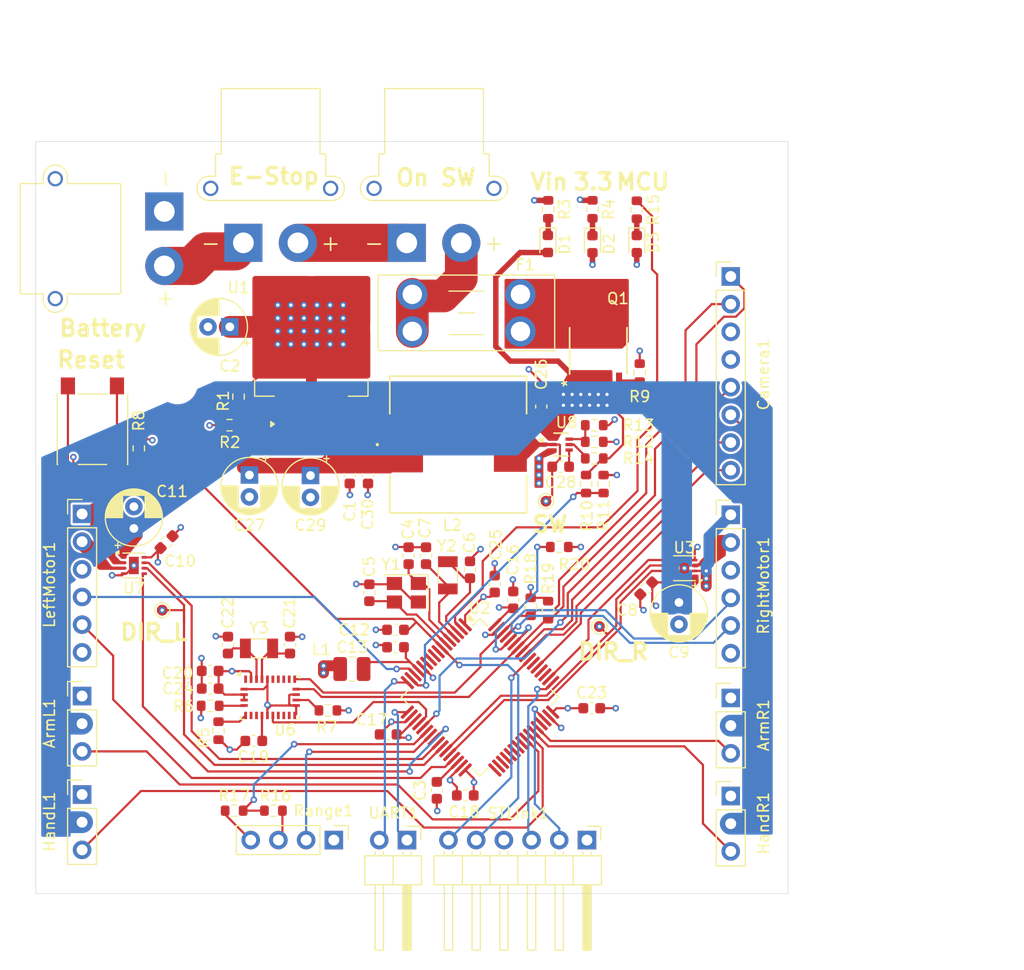
<source format=kicad_pcb>
(kicad_pcb (version 20240108) (generator "pcbnew") (generator_version "8.0")
  (title_block (title "Wall-E Motherboard") (company "Cal Poly") (comment 1 "Devon Bolt") (comment 2 "2025"))
  (layers (0 "F.Cu" signal) (1 "In1.Cu" power "GND.Cu") (2 "In2.Cu" power "3_3.Cu") (31 "B.Cu" signal) (34 "B.Paste" user) (35 "F.Paste" user) (36 "B.SilkS" user "B.Silkscreen") (37 "F.SilkS" user "F.Silkscreen") (38 "B.Mask" user) (39 "F.Mask" user) (44 "Edge.Cuts" user))
  (net 0 "")
  (net 1 "GND")
  (net 2 "5V")
  (net 3 "3.3V")
  (net 4 "Net-(U2-VCAP1)")
  (net 5 "PH0")
  (net 6 "PH1")
  (net 7 "PC14")
  (net 8 "PC15")
  (net 9 "Vin")
  (net 10 "Net-(U6-CAP)")
  (net 11 "Net-(U6-XOUT32)")
  (net 12 "Net-(U6-XIN32)")
  (net 13 "Net-(U8-BST)")
  (net 14 "Net-(D1-K)")
  (net 15 "Net-(D2-K)")
  (net 16 "Net-(SW2-B)")
  (net 17 "/Power Regulation/V_bat")
  (net 18 "Net-(U2-VDDA)")
  (net 19 "Net-(U1-ADJ)")
  (net 20 "Net-(U6-PS0)")
  (net 21 "Net-(U6-PS1)")
  (net 22 "NRST")
  (net 23 "Bat_ADC")
  (net 24 "Net-(U8-FB)")
  (net 25 "Net-(U8-EN)")
  (net 26 "Net-(SW1-B)")
  (net 27 "DIR_right")
  (net 30 "ST_SWCLK")
  (net 33 "ST_SWDIO")
  (net 35 "ENCB_right")
  (net 37 "CAM_SCLK")
  (net 39 "Trig")
  (net 42 "I2C_SDA")
  (net 43 "ST_SWO")
  (net 47 "CAM_MOSI")
  (net 48 "ST_RX")
  (net 49 "ENCA_left")
  (net 50 "Echo")
  (net 51 "L_Arm_PWM")
  (net 52 "ST_TX")
  (net 53 "R_Arm_PWM")
  (net 56 "Net-(D3-K)")
  (net 57 "I2C_SCL")
  (net 58 "ENCB_left")
  (net 59 "ENCA_right")
  (net 61 "Net-(U2-BOOT0)")
  (net 63 "DIR_left")
  (net 64 "M1_right")
  (net 65 "EN_right")
  (net 66 "M2_right")
  (net 67 "SL_right")
  (net 71 "R_Hand_PWM")
  (net 72 "L_Hand_PWM")
  (net 73 "CAM_MISO")
  (net 74 "IMU_INT")
  (net 79 "IMU_NRST")
  (net 81 "CAM_CS")
  (net 83 "Net-(U6-COM3)")
  (net 84 "M2_left")
  (net 85 "M1_left")
  (net 86 "EN_left")
  (net 87 "Net-(F1-Pad2)")
  (net 88 "SL_left")
  (net 89 "LED")
  (net 90 "/Power Regulation/buck_sw")
  (net 91 "Net-(Q1-Pad4)")
  (net 92 "Net-(Range1-Pin_3)")
  (footprint "Package_QFP:LQFP-64_10x10mm_P0.5mm" (layer "F.Cu") (at 152.75 106 -45)
    (property "Reference" "U2")
    (property "Value" "STM32F411RCTx")
  )
  (footprint "Capacitor_SMD:C_0603_1608Metric" (layer "F.Cu") (at 151.832 94.292 90)
    (property "Reference" "C6")
    (property "Value" "12p")
  )
  (footprint "Capacitor_SMD:C_0603_1608Metric" (layer "F.Cu") (at 140.8 85.598 -90)
    (property "Reference" "C1")
    (property "Value" "10u")
  )
  (footprint "Capacitor_SMD:C_0603_1608Metric" (layer "F.Cu") (at 128 105.2 180)
    (property "Reference" "C24")
    (property "Value" "0.1u")
  )
  (footprint "Capacitor_SMD:C_0603_1608Metric" (layer "F.Cu") (at 145 101.4 180)
    (property "Reference" "C13")
    (property "Value" "0.1u")
  )
  (footprint "Resistor_SMD:R_0603_1608Metric" (layer "F.Cu") (at 167.4 76.2 90)
    (property "Reference" "R9")
    (property "Value" "10k")
  )
  (footprint "Resistor_SMD:R_0603_1608Metric" (layer "F.Cu") (at 129.775 81.022 180)
    (property "Reference" "R2")
    (property "Value" "10k 1%")
  )
  (footprint "Resistor_SMD:R_0603_1608Metric" (layer "F.Cu") (at 130.2 116.4 180)
    (property "Reference" "R17")
    (property "Value" "10k")
  )
  (footprint "Resistor_SMD:R_0603_1608Metric" (layer "F.Cu") (at 162.4788 86.423 -90)
    (property "Reference" "R10")
    (property "Value" "100k")
  )
  (footprint "Capacitor_THT:CP_Radial_D5.0mm_P2.00mm" (layer "F.Cu") (at 121 90.5 90)
    (property "Reference" "C11")
    (property "Value" "22u")
  )
  (footprint "Connector_PinHeader_2.54mm:PinHeader_1x06_P2.54mm_Horizontal" (layer "F.Cu") (at 162.56 119.1 -90)
    (property "Reference" "STLink1")
    (property "Value" "Conn_01x06_Socket")
  )
  (footprint "Connector_PinHeader_2.54mm:PinHeader_1x02_P2.54mm_Horizontal" (layer "F.Cu") (at 146.05 119.1 -90)
    (property "Reference" "UART1")
    (property "Value" "Conn_01x02_Socket")
  )
  (footprint "Connector_AMASS:AMASS_XT30PW-M_1x02_P2.50mm_Horizontal" (layer "F.Cu") (at 123.7926 61.4078 90)
    (property "Reference" "J1" (hide yes))
    (property "Value" "Conn_01x02")
  )
  (footprint "Resistor_SMD:R_0603_1608Metric" (layer "F.Cu") (at 133.8 116.4)
    (property "Reference" "R16")
    (property "Value" "5k")
  )
  (footprint "Crystal:Crystal_SMD_3215-2Pin_3.2x1.5mm" (layer "F.Cu") (at 132.4773 101.5079 180)
    (property "Reference" "Y3")
    (property "Value" "32.768kHz")
  )
  (footprint "Capacitor_SMD:C_0603_1608Metric" (layer "F.Cu") (at 163 107)
    (property "Reference" "C23")
    (property "Value" "0.1u")
  )
  (footprint "Capacitor_SMD:C_0603_1608Metric" (layer "F.Cu") (at 142.6 96.4 90)
    (property "Reference" "C5")
    (property "Value" "4.3p")
  )
  (footprint "Capacitor_THT:CP_Radial_D5.0mm_P2.00mm" (layer "F.Cu") (at 171 97.294888 -90)
    (property "Reference" "C9")
    (property "Value" "22u")
  )
  (footprint "MountingHole:MountingHole_3.2mm_M3" (layer "F.Cu") (at 175.75 61.25)
    (property "Reference" "H2" (hide yes))
    (property "Value" "MountingHole")
  )
  (footprint "Resistor_SMD:R_0603_1608Metric" (layer "F.Cu") (at 159.004 61.214 90)
    (property "Reference" "R3")
    (property "Value" "60")
  )
  (footprint "Capacitor_THT:CP_Radial_D5.0mm_P2.00mm" (layer "F.Cu") (at 131.6 85.6 -90)
    (property "Reference" "C27")
    (property "Value" "22u")
  )
  (footprint "Resistor_SMD:R_0603_1608Metric" (layer "F.Cu") (at 163.2331 82.55 180)
    (property "Reference" "R12")
    (property "Value" "73.2k 1%")
  )
  (footprint "Capacitor_SMD:C_0603_1608Metric" (layer "F.Cu") (at 155.798 97.0592 90)
    (property "Reference" "C16")
    (property "Value" "0.1u")
  )
  (footprint "LED_SMD:LED_0603_1608Metric" (layer "F.Cu") (at 163.068 64.4145 -90)
    (property "Reference" "D2")
    (property "Value" "LED")
  )
  (footprint "Connector_PinHeader_2.54mm:PinHeader_1x04_P2.54mm_Vertical" (layer "F.Cu") (at 139.34 119.1 -90)
    (property "Reference" "Range1")
    (property "Value" "Conn_01x04_Socket")
  )
  (footprint "Connector_PinHeader_2.54mm:PinHeader_1x03_P2.54mm_Vertical" (layer "F.Cu") (at 116.25 105.88)
    (property "Reference" "ArmL1")
    (property "Value" "Conn_01x03_Socket")
  )
  (footprint "Resistor_SMD:R_0603_1608Metric" (layer "F.Cu") (at 159 98 -90)
    (property "Reference" "R19")
    (property "Value" "2.2k")
  )
  (footprint "Connector_PinHeader_2.54mm:PinHeader_1x03_P2.54mm_Vertical" (layer "F.Cu") (at 175.75 106.055)
    (property "Reference" "ArmR1")
    (property "Value" "Conn_01x03_Socket")
  )
  (footprint "Capacitor_SMD:C_0603_1608Metric" (layer "F.Cu") (at 160.147 84.836 180)
    (property "Reference" "C28")
    (property "Value" "0.1u")
  )
  (footprint "Capacitor_SMD:C_0603_1608Metric" (layer "F.Cu") (at 144.3172 109.4036 180)
    (property "Reference" "C17")
    (property "Value" "0.1u")
  )
  (footprint "TestPoint:TestPoint_Pad_D1.0mm" (layer "F.Cu") (at 158.8 88)
    (property "Reference" "TP3" (hide yes))
    (property "Value" "TestPoint_Small")
  )
  (footprint "TestPoint:TestPoint_Pad_D1.0mm" (layer "F.Cu") (at 123.6 98)
    (property "Reference" "TP1" (hide yes))
    (property "Value" "TestPoint_Small")
  )
  (footprint "Package_SON:WSON-8-1EP_2x2mm_P0.5mm_EP0.9x1.6mm" (layer "F.Cu") (at 171.5 94.15 180)
    (property "Reference" "U3")
    (property "Value" "DRV8838")
  )
  (footprint "Resistor_SMD:R_0603_1608Metric" (layer "F.Cu") (at 138.8 107.2)
    (property "Reference" "R7")
    (property "Value" "10k")
  )
  (footprint "Resistor_SMD:R_0603_1608Metric" (layer "F.Cu") (at 121.45 83.15 90)
    (property "Reference" "R8")
    (property "Value" "10k")
  )
  (footprint "Capacitor_SMD:C_0603_1608Metric" (layer "F.Cu") (at 132 110 180)
    (property "Reference" "C19")
    (property "Value" "0.1u")
  )
  (footprint "Capacitor_SMD:C_0603_1608Metric" (layer "F.Cu") (at 129.6325 101.2031 90)
    (property "Reference" "C22")
    (property "Value" "22p")
  )
  (footprint "Capacitor_SMD:C_0603_1608Metric" (layer "F.Cu") (at 135.3221 101.2031 90)
    (property "Reference" "C21")
    (property "Value" "22p")
  )
  (footprint "Resistor_SMD:R_0603_1608Metric" (layer "F.Cu") (at 163.068 61.214 90)
    (property "Reference" "R4")
    (property "Value" "60")
  )
  (footprint "Capacitor_SMD:C_0603_1608Metric" (layer "F.Cu") (at 148.7876 114.5344 -90)
    (property "Reference" "C3")
    (property "Value" "4.7u")
  )
  (footprint "Resistor_SMD:R_0603_1608Metric" (layer "F.Cu") (at 163.2331 81.026)
    (property "Reference" "R13")
    (property "Value" "10k 1%")
  )
  (footprint "Package_LGA:LGA-28_5.2x3.8mm_P0.5mm" (layer "F.Cu") (at 133.5 106)
    (property "Reference" "U6")
    (property "Value" "BNO055")
  )
  (footprint "MountingHole:MountingHole_3.2mm_M3" (layer "F.Cu") (at 125 77.25)
    (property "Reference" "H1" (hide yes))
    (property "Value" "MountingHole")
  )
  (footprint "Connector_PinHeader_2.54mm:PinHeader_1x03_P2.54mm_Vertical" (layer "F.Cu") (at 116.25 114.92)
    (property "Reference" "HandL1")
    (property "Value" "Conn_01x03_Socket")
  )
  (footprint "Capacitor_THT:CP_Radial_D5.0mm_P2.00mm" (layer "F.Cu") (at 129.8 72 180)
    (property "Reference" "C2")
    (property "Value" "22u")
  )
  (footprint "MountingHole:MountingHole_3.2mm_M3" (layer "F.Cu") (at 169 120)
    (property "Reference" "H4" (hide yes))
    (property "Value" "MountingHole")
  )
  (footprint "Fuse:Fuseholder_Blade_Mini_Keystone_3568" (layer "F.Cu") (at 146.5402 69.0168)
    (property "Reference" "F1")
    (property "Value" "Fuse")
  )
  (footprint "Resistor_SMD:R_0603_1608Metric" (layer "F.Cu") (at 128 106.7748)
    (property "Reference" "R6")
    (property "Value" "10k")
  )
  (footprint "Wall_E_footprints:SO-8_VIS" (layer "F.Cu") (at 163.6 74.2 90)
    (property "Reference" "Q1")
    (property "Value" "SI4435FDY-T1-GE3")
  )
  (footprint "MountingHole:MountingHole_3.2mm_M3" (layer "F.Cu") (at 125 120)
    (property "Reference" "H3" (hide yes))
    (property "Value" "MountingHole")
  )
  (footprint "TestPoint:TestPoint_Pad_D1.0mm" (layer "F.Cu") (at 163.7 99.5)
    (property "Reference" "TP2" (hide yes))
    (property "Value" "TestPoint_Small")
  )
  (footprint "Capacitor_SMD:C_0603_1608Metric" (layer "F.Cu") (at 154.1 95.6 90)
    (property "Reference" "C25")
    (property "Value" "0.1u")
  )
  (footprint "Capacitor_SMD:C_0603_1608Metric" (layer "F.Cu") (at 145 99.8 180)
    (property "Reference" "C12")
    (property "Value" "0.1u")
  )
  (footprint "Resistor_SMD:R_0603_1608Metric" (layer "F.Cu") (at 130.6 78.4 -90)
    (property "Reference" "R1")
    (property "Value" "16.5k 1%")
  )
  (footprint "Connector_PinHeader_2.54mm:PinHeader_1x06_P2.54mm_Vertical" (layer "F.Cu") (at 175.75 89.25)
    (property "Reference" "RightMotor1")
    (property "Value" "Conn_01x06_Socket")
  )
  (footprint "Connector_PinHeader_2.54mm:PinHeader_1x08_P2.54mm_Vertical" (layer "F.Cu") (at 175.75 67.375)
    (property "Reference" "Camera1")
    (property "Value" "Conn_01x08_Socket")
  )
  (footprint "Resistor_SMD:R_0603_1608Metric" (layer "F.Cu") (at 163.2331 84.074 180)
    (property "Reference" "R14")
    (property "Value" "10k")
  )
  (footprint "Resistor_SMD:R_0603_1608Metric" (layer "F.Cu") (at 160.025 92.2 180)
    (property "Reference" "R20")
    (property "Value" "10k")
  )
  (footprint "Wall_E_footprints:DRL0006A-MFG" (layer "F.Cu") (at 160.1851 82.804)
    (property "Reference" "U8")
    (property "Value" "TPS561243DRLR")
  )
  (footprint "LED_SMD:LED_0603_1608Metric" (layer "F.Cu") (at 158.976 64.389 -90)
    (property "Reference" "D1")
    (property "Value" "LED")
  )
  (footprint "Capacitor_SMD:C_0603_1608Metric" (layer "F.Cu") (at 168 96 -135)
    (property "Reference" "C8")
    (property "Value" "0.1u")
  )
  (footprint "Capacitor_SMD:C_0603_1608Metric" (layer "F.Cu") (at 146.2 93 90)
    (property "Reference" "C4")
    (property "Value" "4.3p")
  )
  (footprint "Capacitor_THT:CP_Radial_D5.0mm_P2.00mm" (layer "F.Cu") (at 137.2 85.644888 -90)
    (property "Reference" "C29")
    (property "Value" "22u")
  )
  (footprint "Crystal:Crystal_SMD_3215-2Pin_3.2x1.5mm" (layer "F.Cu") (at 149.8 94.8 -90)
    (property "Reference" "Y2")
    (property "Value" "32.768kHz")
  )
  (footprint "Resistor_SMD:R_0603_1608Metric" (layer "F.Cu") (at 128.762 109.0608 90)
    (property "Reference" "R5")
    (property "Value" "10k")
  )
  (footprint "Resistor_SMD:R_0603_1608Metric" (layer "F.Cu") (at 167.132 61.2526 90)
    (property "Reference" "R15")
    (property "Value" "60")
  )
  (footprint "Button_Switch_SMD:SW_SPST_PTS645" (layer "F.Cu") (at 117.2 81.4 90)
    (property "Reference" "SW3" (hide yes))
    (property "Value" "SW_SPST")
  )
  (footprint "Connector_AMASS:AMASS_XT30PW-F_1x02_P2.50mm_Horizontal" (layer "F.Cu") (at 131.0462 64.2888)
    (property "Reference" "SW1" (hide yes))
    (property "Value" "SW_SPST")
  )
  (footprint "Capacitor_SMD:C_0603_1608Metric" (layer "F.Cu") (at 142.4762 85.598 -90)
    (property "Reference" "C30")
    (property "Value" "0.1u")
  )
  (footprint "Capacitor_SMD:C_0603_1608Metric" (layer "F.Cu") (at 158.369 79.315 90)
    (property "Reference" "C26")
    (property "Value" "2.2u")
  )
  (footprint "Capacitor_SMD:C_0603_1608Metric" (layer "F.Cu") (at 124 91.75 45)
    (property "Reference" "C10")
    (property "Value" "0.1u")
  )
  (footprint "Capacitor_SMD:C_0603_1608Metric" (layer "F.Cu") (at 147.8 93 90)
    (property "Reference" "C7")
    (property "Value" "12p")
  )
  (footprint "Wall_E_footprints:IND_IFDC5050HZER_VIS" (layer "F.Cu") (at 150.749 82.804)
    (property "Reference" "L2")
    (property "Value" "IFDC5050HZER270M")
  )
  (footprint "Resistor_SMD:R_0603_1608Metric" (layer "F.Cu") (at 164.084 86.423 90)
    (property "Reference" "R11")
    (property "Value" "10k")
  )
  (footprint "Capacitor_SMD:C_0603_1608Metric" (layer "F.Cu") (at 151.4 115 180)
    (property "Reference" "C18")
    (property "Value" "0.1u")
  )
  (footprint "Inductor_SMD:L_1008_2520Metric" (layer "F.Cu") (at 141 103.4)
    (property "Reference" "L1")
    (property "Value" "10uH")
  )
  (footprint "Capacitor_SMD:C_0603_1608Metric" (layer "F.Cu") (at 128 103.5744)
    (property "Reference" "C20")
    (property "Value" "0.1u")
  )
  (footprint "Resistor_SMD:R_0603_1608Metric" (layer "F.Cu") (at 157.3982 97.6942 -90)
    (property "Reference" "R18")
    (property "Value" "2.2k")
  )
  (footprint "LED_SMD:LED_0603_1608Metric" (layer "F.Cu") (at 167.132 64.4022 -90)
    (property "Reference" "D3")
    (property "Value" "LED")
  )
  (footprint "Connector_AMASS:AMASS_XT30PW-F_1x02_P2.50mm_Horizontal" (layer "F.Cu") (at 146.0322 64.2888)
    (property "Reference" "SW2" (hide yes))
    (property "Value" "SW_SPST")
  )
  (footprint "Package_TO_SOT_SMD:TO-263-3_TabPin2" (layer "F.Cu") (at 137.2762 73.5376 90)
    (property "Reference" "U1")
    (property "Value" "LM1085-ADJ")
  )
  (footprint "Package_SON:WSON-8-1EP_2x2mm_P0.5mm_EP0.9x1.6mm" (layer "F.Cu") (at 121 93.9)
    (property "Reference" "U7")
    (property "Value" "DRV8838")
  )
  (footprint "Crystal:Crystal_SMD_3225-4Pin_3.2x2.5mm" (layer "F.Cu") (at 146 96.4 180)
    (property "Reference" "Y1")
    (property "Value" "25MHz")
  )
  (footprint "Connector_PinHeader_2.54mm:PinHeader_1x03_P2.54mm_Vertical" (layer "F.Cu") (at 175.75 115.055)
    (property "Reference" "HandR1")
    (property "Value" "Conn_01x03_Socket")
  )
  (footprint "Connector_PinHeader_2.54mm:PinHeader_1x06_P2.54mm_Vertical" (layer "F.Cu") (at 116.25 89.17)
    (property "Reference" "LeftMotor1")
    (property "Value" "Conn_01x06_Socket")
  )
  (gr_rect (start 112 55) (end 181 124) (stroke (width 0.05)) (fill none) (layer "Edge.Cuts"))
  (gr_text "DIR_L\n" (at 119.6 100.9 0) (layer "F.SilkS") (effects (font (size 1.5 1.5) (thickness 0.3) (bold yes)) (justify left bottom)))
  (gr_text "Vin" (at 157.226 59.563 0) (layer "F.SilkS") (effects (font (size 1.5 1.5) (thickness 0.3) (bold yes)) (justify left bottom)))
  (gr_text "Reset" (at 113.8 75.9 0) (layer "F.SilkS") (effects (font (size 1.5 1.5) (thickness 0.3) (bold yes)) (justify left bottom)))
  (gr_text "DIR_R" (at 161.6 102.7 0) (layer "F.SilkS") (effects (font (size 1.5 1.5) (thickness 0.3) (bold yes)) (justify left bottom)))
  (gr_text "SW" (at 157.4 91 0) (layer "F.SilkS") (effects (font (size 1.5 1.5) (thickness 0.3) (bold yes)) (justify left bottom)))
  (gr_text "MCU" (at 165.1 59.563 0) (layer "F.SilkS") (effects (font (size 1.5 1.5) (thickness 0.3) (bold yes)) (justify left bottom)))
  (gr_text "3.3" (at 161.163 59.563 0) (layer "F.SilkS") (effects (font (size 1.5 1.5) (thickness 0.3) (bold yes)) (justify left bottom)))
  (gr_text "On SW" (at 144.907 59.182 0) (layer "F.SilkS") (effects (font (size 1.5 1.5) (thickness 0.3) (bold yes)) (justify left bottom)))
  (gr_text "E-Stop" (at 129.54 59.055 0) (layer "F.SilkS") (effects (font (size 1.5 1.5) (thickness 0.3) (bold yes)) (justify left bottom)))
  (gr_text "Battery\n" (at 114 73 0) (layer "F.SilkS") (effects (font (size 1.5 1.5) (thickness 0.3) (bold yes)) (justify left bottom)))
  (segment (start 154.464734 99.75978) (end 154.464734 99.689072) (width 0.2) (layer "F.Cu") (net 1))
  (segment (start 143.81581 109.4036) (end 143.5422 109.4036) (width 0.2) (layer "F.Cu") (net 1))
  (segment (start 147.499732 103.224607) (end 148.439477 104.164352) (width 0.2) (layer "F.Cu") (net 1))
  (segment (start 150.625 115) (end 150.625 114.225) (width 0.2) (layer "F.Cu") (net 1))
  (segment (start 141.425 95.625) (end 141.4 95.6) (width 0.2) (layer "F.Cu") (net 1))
  (segment (start 158.369 78.54) (end 158.369 77.0382) (width 0.2) (layer "F.Cu") (net 1))
  (segment (start 127.225 103.5744) (end 127.225 102.425) (width 0.2) (layer "F.Cu") (net 1))
  (segment (start 142.4762 86.373) (end 142.4762 87.3938) (width 0.2) (layer "F.Cu") (net 1))
  (segment (start 114.95 77.42) (end 114.95 85.38) (width 0.2) (layer "F.Cu") (net 1))
  (segment (start 153.962248 100.262266) (end 154.464734 99.75978) (width 0.2) (layer "F.Cu") (net 1))
  (segment (start 121 93.9) (end 121 93.964386) (width 0.2) (layer "F.Cu") (net 1))
  (segment (start 144.2 101.2) (end 144.4 101.4) (width 0.2) (layer "F.Cu") (net 1))
  (segment (start 129.8 110.8) (end 130.425 110.8) (width 0.2) (layer "F.Cu") (net 1))
  (segment (start 154.1 93.7) (end 154.1 94.825) (width 0.2) (layer "F.Cu") (net 1))
  (segment (start 147.8 92.225) (end 146.2 92.225) (width 0.2) (layer "F.Cu") (net 1))
  (segment (start 130.425 110.8) (end 131.225 110) (width 0.2) (layer "F.Cu") (net 1))
  (segment (start 125.3 90.45) (end 124.548008 91.201992) (width 0.2) (layer "F.Cu") (net 1))
  (segment (start 155.798 96.2842) (end 155.798 95.2278) (width 0.2) (layer "F.Cu") (net 1))
  (segment (start 133.25 107.6625) (end 133.25 107.098) (width 0.2) (layer "F.Cu") (net 1))
  (segment (start 128.8858 109.8858) (end 129.8 110.8) (width 0.2) (layer "F.Cu") (net 1))
  (segment (start 153.234806 100.262266) (end 153.962248 100.262266) (width 0.2) (layer "F.Cu") (net 1))
  (segment (start 129.6325 100.4281) (end 128.5527 100.4281) (width 0.2) (layer "F.Cu") (net 1))
  (segment (start 146.7 97.25) (end 147.1 97.25) (width 0.2) (layer "F.Cu") (net 1))
  (segment (start 150 113.346194) (end 150 113.6) (width 0.2) (layer "F.Cu") (net 1))
  (segment (start 128.762 109.8858) (end 128.8858 109.8858) (width 0.2) (layer "F.Cu") (net 1))
  (segment (start 144.622 108.3238) (end 143.5422 109.4036) (width 0.2) (layer "F.Cu") (net 1))
  (segment (start 163.068 60.389) (end 161.989 60.389) (width 0.5) (layer "F.Cu") (net 1))
  (segment (start 144.825 95.625) (end 144.9 95.55) (width 0.2) (layer "F.Cu") (net 1))
  (segment (start 135.323 105.75) (end 135.25 105.823) (width 0.2) (layer "F.Cu") (net 1))
  (segment (start 133.598 106.75) (end 135.8875 106.75) (width 0.2) (layer "F.Cu") (net 1))
  (segment (start 133.25 107.098) (end 133.598 106.75) (width 0.2) (layer "F.Cu") (net 1))
  (segment (start 146.175 92.2) (end 146.2 92.225) (width 0.2) (layer "F.Cu") (net 1))
  (segment (start 119.900001 94.8) (end 120.05 94.650001) (width 0.2) (layer "F.Cu") (net 1))
  (segment (start 127.225 102.425) (end 127.2 102.4) (width 0.2) (layer "F.Cu") (net 1))
  (segment (start 167.4 74.2) (end 167.4 75.375) (width 0.2) (layer "F.Cu") (net 1))
  (segment (start 119 94.8) (end 119.900001 94.8) (width 0.2) (layer "F.Cu") (net 1))
  (segment (start 146.439072 107.714734) (end 145.868148 108.285658) (width 0.2) (layer "F.Cu") (net 1))
  (segment (start 135.25 106.6) (end 135.4 106.75) (width 0.2) (layer "F.Cu") (net 1))
  (segment (start 143.2 99.8) (end 144.225 99.8) (width 0.2) (layer "F.Cu") (net 1))
  (segment (start 151.035266 112.310928) (end 150 113.346194) (width 0.2) (layer "F.Cu") (net 1))
  (segment (start 135.4 106.75) (end 135.8875 106.75) (width 0.2) (layer "F.Cu") (net 1))
  (segment (start 157.735 60.389) (end 157.734 60.388) (width 0.2) (layer "F.Cu") (net 1))
  (segment (start 115.45 84.88) (end 114.95 85.38) (width 0.2) (layer "F.Cu") (net 1))
  (segment (start 131.1125 105.25) (end 132.902 105.25) (width 0.2) (layer "F.Cu") (net 1))
  (segment (start 160.146194 108.8) (end 159.060928 107.714734) (width 0.2) (layer "F.Cu") (net 1))
  (segment (start 136.4397 100.4411) (end 135.3351 100.4411) (width 0.2) (layer "F.Cu") (net 1))
  (segment (start 125.3 90.4) (end 125.3 90.45) (width 0.2) (layer "F.Cu") (net 1))
  (segment (start 132.902 105.25) (end 133.25 104.902) (width 0.2) (layer "F.Cu") (net 1))
  (segment (start 142.4762 87.3938) (end 142.4432 87.4268) (width 0.2) (layer "F.Cu") (net 1))
  (segment (start 152.8 92.4) (end 151.832 93.368) (width 0.2) (layer "F.Cu") (net 1))
  (segment (start 120.314385 94.650001) (end 120.05 94.650001) (width 0.2) (layer "F.Cu") (net 1))
  (segment (start 140.8 86.373) (end 140.8 87.409) (width 0.2) (layer "F.Cu") (net 1))
  (segment (start 172.185614 93.4) (end 171.5 94.085614) (width 0.2) (layer "F.Cu") (net 1))
  (segment (start 172.45 92.45) (end 172.45 93.4) (width 0.2) (layer "F.Cu") (net 1))
  (segment (start 165.3032 85.598) (end 164.084 85.598) (width 0.2) (layer "F.Cu") (net 1))
  (segment (start 150.625 114.225) (end 150 113.6) (width 0.2) (layer "F.Cu") (net 1))
  (segment (start 133.25 107.6625) (end 133.25 104.3375) (width 0.2) (layer "F.Cu") (net 1))
  (segment (start 167.451992 96.548008) (end 167.451992 97.701992) (width 0.2) (layer "F.Cu") (net 1))
  (segment (start 144.622 108.2352) (end 144.622 108.3238) (width 0.2) (layer "F.Cu") (net 1))
  (segment (start 155.798 95.2278) (end 155.7606 95.1904) (width 0.2) (layer "F.Cu") (net 1))
  (segment (start 163.775 107) (end 163.775 107.2) (width 0.2) (layer "F.Cu") (net 1))
  (segment (start 142.6 95.625) (end 144.825 95.625) (width 0.2) (layer "F.Cu") (net 1))
  (segment (start 128.5527 100.4281) (end 128.5149 100.3903) (width 0.2) (layer "F.Cu") (net 1))
  (segment (start 135.3351 100.4411) (end 135.3221 100.4281) (width 0.2) (layer "F.Cu") (net 1))
  (segment (start 127.175 106.7748) (end 127.175 107.8538) (width 0.2) (layer "F.Cu") (net 1))
  (segment (start 161.989 60.389) (end 161.925 60.325) (width 0.2) (layer "F.Cu") (net 1))
  (segment (start 144.9 95.55) (end 145 95.55) (width 0.2) (layer "F.Cu") (net 1))
  (segment (start 171.5 94.085614) (end 171.5 94.15) (width 0.2) (layer "F.Cu") (net 1))
  (segment (start 145 92.2) (end 146.175 92.2) (width 0.2) (layer "F.Cu") (net 1))
  (segment (start 144.672458 108.285658) (end 144.622 108.2352) (width 0.2) (layer "F.Cu") (net 1))
  (segment (start 159.004 60.389) (end 157.735 60.389) (width 0.5) (layer "F.Cu") (net 1))
  (segment (start 148.7876 116.3874) (end 148.8276 116.4274) (width 0.2) (layer "F.Cu") (net 1))
  (segment (start 128.95 81.022) (end 127.964 81.022001) (width 0.2) (layer "F.Cu") (net 1))
  (segment (start 158.369 77.0382) (end 157.226 75.8952) (width 0.2) (layer "F.Cu") (net 1))
  (segment (start 133.25 106.7) (end 133.25 107.098) (width 0.2) (layer "F.Cu") (net 1))
  (segment (start 167.451992 97.701992) (end 167.75 98) (width 0.2) (layer "F.Cu") (net 1))
  (segment (start 148.7876 115.266989) (end 148.7876 115.3094) (width 0.2) (layer "F.Cu") (net 1))
  (segment (start 139.625 107.2) (end 140.7 107.2) (width 0.2) (layer "F.Cu") (net 1))
  (segment (start 135.8875 106.75) (end 135.8875 107.525) (width 0.2) (layer "F.Cu") (net 1))
  (segment (start 164.574 81.026) (end 165.1 80.5) (width 0.2) (layer "F.Cu") (net 1))
  (segment (start 127.225 105.2) (end 127.225 103.5744) (width 0.2) (layer "F.Cu") (net 1))
  (segment (start 129.375 116.755) (end 131.72 119.1) (width 0.2) (layer "F.Cu") (net 1))
  (segment (start 135.25 105.823) (end 135.25 106.6) (width 0.2) (layer "F.Cu") (net 1))
  (segment (start 172.7 92.2) (end 172.45 92.45) (width 0.2) (layer "F.Cu") (net 1))
  (segment (start 115.45 83.95) (end 115.45 84.88) (width 0.2) (layer "F.Cu") (net 1))
  (segment (start 164.0581 81.026) (end 164.574 81.026) (width 0.2) (layer "F.Cu") (net 1))
  (segment (start 127.175 107.8538) (end 127.1364 107.8924) (width 0.2) (layer "F.Cu") (net 1))
  (segment (start 143.2 101.2) (end 144.2 101.2) (width 0.2) (layer "F.Cu") (net 1))
  (segment (start 135.8875 105.75) (end 135.323 105.75) (width 0.2) (layer "F.Cu") (net 1))
  (segment (start 151.832 93.368) (end 151.832 93.517) (width 0.2) (layer "F.Cu") (net 1))
  (segment (start 135.8875 107.525) (end 135.75 107.6625) (width 0.2) (layer "F.Cu") (net 1))
  (segment (start 172.45 93.4) (end 172.185614 93.4) (width 0.2) (layer "F.Cu") (net 1))
  (segment (start 145.868148 108.285658) (end 144.672458 108.285658) (width 0.2) (layer "F.Cu") (net 1))
  (segment (start 165.2 107) (end 163.775 107) (width 0.2) (layer "F.Cu") (net 1))
  (segment (start 121 93.964386) (end 120.314385 94.650001) (width 0.2) (layer "F.Cu") (net 1))
  (segment (start 129.375 116.4) (end 129.375 116.755) (width 0.2) (layer "F.Cu") (net 1))
  (segment (start 142.6 95.625) (end 141.425 95.625) (width 0.2) (layer "F.Cu") (net 1))
  (segment (start 148.439477 104.164352) (end 148.439477 104.20395) (width 0.2) (layer "F.Cu") (net 1))
  (segment (start 160.2 108.8) (end 160.146194 108.8) (width 0.2) (layer "F.Cu") (net 1))
  (segment (start 148.7876 115.3094) (end 148.7876 116.3874) (width 0.2) (layer "F.Cu") (net 1))
  (segment (start 160.85 92.2) (end 162 92.2) (width 0.2) (layer "F.Cu") (net 1))
  (segment (start 133.25 104.902) (end 133.25 104.3375) (width 0.2) (layer "F.Cu") (net 1))
  (segment (start 145 95.55) (end 146.7 97.25) (width 0.2) (layer "F.Cu") (net 1))
  (via (at 127.9462 81.039801) (size 0.6) (drill 0.3) (layers "F.Cu" "B.Cu") (net 1))
  (via (at 171.5 94.15) (size 0.6) (drill 0.3) (layers "F.Cu" "B.Cu") (net 1))
  (via (at 136.4397 100.4411) (size 0.6) (drill 0.3) (layers "F.Cu" "B.Cu") (net 1))
  (via (at 127.1364 107.8924) (size 0.6) (drill 0.3) (layers "F.Cu" "B.Cu") (net 1))
  (via (at 155.7606 95.1904) (size 0.6) (drill 0.3) (layers "F.Cu" "B.Cu") (net 1))
  (via (at 119 94.8) (size 0.6) (drill 0.3) (layers "F.Cu" "B.Cu") (net 1))
  (via (at 161.925 60.325) (size 0.6) (drill 0.3) (layers "F.Cu" "B.Cu") (net 1))
  (via (at 129.8 110.8) (size 0.6) (drill 0.3) (layers "F.Cu" "B.Cu") (net 1))
  (via (at 142.4432 87.4268) (size 0.6) (drill 0.3) (layers "F.Cu" "B.Cu") (net 1))
  (via (at 143.2 99.8) (size 0.6) (drill 0.3) (layers "F.Cu" "B.Cu") (net 1))
  (via (at 167.4 74.2) (size 0.6) (drill 0.3) (layers "F.Cu" "B.Cu") (net 1))
  (via (at 121 93.9) (size 0.6) (drill 0.3) (layers "F.Cu" "B.Cu") (net 1))
  (via (at 125.3 90.4) (size 0.6) (drill 0.3) (layers "F.Cu" "B.Cu") (net 1))
  (via (at 144.622 108.2352) (size 0.6) (drill 0.3) (layers "F.Cu" "B.Cu") (net 1))
  (via (at 158.1531 85.598) (size 0.6) (drill 0.3) (layers "F.Cu" "B.Cu") (net 1))
  (via (at 143.2 101.2) (size 0.6) (drill 0.3) (layers "F.Cu" "B.Cu") (net 1))
  (via (at 160.2 108.8) (size 0.6) (drill 0.3) (layers "F.Cu" "B.Cu") (net 1))
  (via (at 165.2 107) (size 0.6) (drill 0.3) (layers "F.Cu" "B.Cu") (net 1))
  (via (at 148.439477 104.20395) (size 0.6) (drill 0.3) (layers "F.Cu" "B.Cu") (net 1))
  (via (at 150 113.6) (size 0.6) (drill 0.3) (layers "F.Cu" "B.Cu") (net 1))
  (via (at 162 92.2) (size 0.6) (drill 0.3) (layers "F.Cu" "B.Cu") (net 1))
  (via (at 167.75 98) (size 0.6) (drill 0.3) (layers "F.Cu" "B.Cu") (net 1))
  (via (at 115.45 83.95) (size 0.6) (drill 0.3) (layers "F.Cu" "B.Cu") (net 1))
  (via (at 154.1 93.7) (size 0.6) (drill 0.3) (layers "F.Cu" "B.Cu") (net 1))
  (via (at 157.226 75.8952) (size 0.6) (drill 0.3) (layers "F.Cu" "B.Cu") (net 1))
  (via (at 127.2 102.4) (size 0.6) (drill 0.3) (layers "F.Cu" "B.Cu") (net 1))
  (via (at 148.8276 116.4274) (size 0.6) (drill 0.3) (layers "F.Cu" "B.Cu") (net 1))
  (via (at 140.7 107.2) (size 0.6) (drill 0.3) (layers "F.Cu" "B.Cu") (net 1))
  (via (at 152.8 92.4) (size 0.6) (drill 0.3) (layers "F.Cu" "B.Cu") (net 1))
  (via (at 165.1 80.5) (size 0.6) (drill 0.3) (layers "F.Cu" "B.Cu") (net 1))
  (via (at 165.3032 85.598) (size 0.6) (drill 0.3) (layers "F.Cu" "B.Cu") (net 1))
  (via (at 172.7 92.2) (size 0.6) (drill 0.3) (layers "F.Cu" "B.Cu") (net 1))
  (via (at 157.734 60.388) (size 0.6) (drill 0.3) (layers "F.Cu" "B.Cu") (net 1))
  (via (at 145 92.2) (size 0.6) (drill 0.3) (layers "F.Cu" "B.Cu") (net 1))
  (via (at 153.234806 100.262266) (size 0.6) (drill 0.3) (layers "F.Cu" "B.Cu") (net 1))
  (via (at 141.4 95.6) (size 0.6) (drill 0.3) (layers "F.Cu" "B.Cu") (net 1))
  (via (at 158.1531 84.074) (size 0.6) (drill 0.3) (layers "F.Cu" "B.Cu") (net 1))
  (via (at 128.5149 100.3903) (size 0.6) (drill 0.3) (layers "F.Cu" "B.Cu") (net 1))
  (via (at 133.25 106.7) (size 0.6) (drill 0.3) (layers "F.Cu" "B.Cu") (net 1))
  (via (at 158.1531 84.836) (size 0.6) (drill 0.3) (layers "F.Cu" "B.Cu") (net 1))
  (via (at 158.1531 86.36) (size 0.6) (drill 0.3) (layers "F.Cu" "B.Cu") (net 1))
  (via (at 140.8178 87.4268) (size 0.6) (drill 0.3) (layers "F.Cu" "B.Cu") (net 1))
  (segment (start 164.0581 82.55) (end 165.2651 82.55) (width 0.2) (layer "F.Cu") (net 2))
  (via (at 165.2651 82.55) (size 0.6) (drill 0.3) (layers "F.Cu" "B.Cu") (net 2))
  (segment (start 156.112 98.1482) (end 155.798 97.8342) (width 0.2) (layer "F.Cu") (net 3))
  (segment (start 146.2 109.7) (end 145.3886 109.7) (width 0.2) (layer "F.Cu") (net 3))
  (segment (start 123.2 93.6) (end 123.2 92.55) (width 0.2) (layer "F.Cu") (net 3))
  (segment (start 137.287 81.213) (end 137.287 72.063) (width 1) (layer "F.Cu") (net 3))
  (segment (start 145.0922 109.4036) (end 145.457312 109.4036) (width 0.2) (layer "F.Cu") (net 3))
  (segment (start 128.8006 103.6) (end 128.775 103.5744) (width 0.2) (layer "F.Cu") (net 3))
  (segment (start 158.6942 96.8692) (end 159 97.175) (width 0.2) (layer "F.Cu") (net 3))
  (segment (start 122.625 82.325) (end 122.7 82.4) (width 0.2) (layer "F.Cu") (net 3))
  (segment (start 152.2 113.475662) (end 151.388819 112.664481) (width 0.2) (layer "F.Cu") (net 3))
  (segment (start 131.577 103.6) (end 128.8006 103.6) (width 0.2) (layer "F.Cu") (net 3))
  (segment (start 138.394867 103.1044) (end 138.394867 103.7648) (width 1) (layer "F.Cu") (net 3))
  (segment (start 131.75 104.3375) (end 131.75 103.773) (width 0.2) (layer "F.Cu") (net 3))
  (segment (start 157.3982 96.8692) (end 158.6942 96.8692) (width 0.2) (layer "F.Cu") (net 3))
  (segment (start 130.1284 105.75) (end 131.1125 105.75) (width 0.2) (layer "F.Cu") (net 3))
  (segment (start 157.4 96.8674) (end 157.3982 96.8692) (width 0.2) (layer "F.Cu") (net 3))
  (segment (start 131.1125 106.25) (end 131.1125 105.75) (width 0.2) (layer "F.Cu") (net 3))
  (segment (start 130 103.6) (end 131.577 103.6) (width 0.2) (layer "F.Cu") (net 3))
  (segment (start 134.2 72) (end 129.8 72) (width 2) (layer "F.Cu") (net 3))
  (segment (start 167.132 66.294) (end 167.132 65.189701) (width 0.5) (layer "F.Cu") (net 3))
  (segment (start 168.9 97.6) (end 168.548008 97.248008) (width 0.2) (layer "F.Cu") (net 3))
  (segment (start 159.775662 107) (end 159.414481 107.361181) (width 0.2) (layer "F.Cu") (net 3))
  (segment (start 153.074265 96.774265) (end 151.388819 98.459711) (width 0.2) (layer "F.Cu") (net 3))
  (segment (start 154.111181 99.335519) (end 155.6125 97.8342) (width 0.2) (layer "F.Cu") (net 3))
  (segment (start 168.548008 95.451992) (end 169.998008 95.451992) (width 0.2) (layer "F.Cu") (net 3))
  (segment (start 123.2 92.55) (end 123.451992 92.298008) (width 0.2) (layer "F.Cu") (net 3))
  (segment (start 168.548008 97.248008) (end 168.548008 95.451992) (width 0.2) (layer "F.Cu") (net 3))
  (segment (start 155.7138 97.75) (end 155.798 97.8342) (width 0.2) (layer "F.Cu") (net 3))
  (segment (start 153.700735 96.774265) (end 154.1 96.375) (width 0.2) (layer "F.Cu") (net 3))
  (segment (start 121.45 82.325) (end 122.625 82.325) (width 0.2) (layer "F.Cu") (net 3))
  (segment (start 153.074265 96.774265) (end 153.700735 96.774265) (width 0.2) (layer "F.Cu") (net 3))
  (segment (start 155.6125 97.8342) (end 155.798 97.8342) (width 0.2) (layer "F.Cu") (net 3))
  (segment (start 128.775 105.2) (end 128.775 103.5744) (width 0.2) (layer "F.Cu") (net 3))
  (segment (start 157.4 95.9) (end 157.4 96.8674) (width 0.2) (layer "F.Cu") (net 3))
  (segment (start 128.775 105.2) (end 129.325 105.75) (width 0.2) (layer "F.Cu") (net 3))
  (segment (start 162.992 65.278) (end 163.068 65.202001) (width 0.2) (layer "F.Cu") (net 3))
  (segment (start 129.325 105.75) (end 130.2 105.75) (width 0.2) (layer "F.Cu") (net 3))
  (segment (start 121.95 93.149999) (end 122.600001 93.149999) (width 0.2) (layer "F.Cu") (net 3))
  (segment (start 145.3886 109.7) (end 145.0922 109.4036) (width 0.2) (layer "F.Cu") (net 3))
  (segment (start 154.5 97.75) (end 155.7138 97.75) (width 0.2) (layer "F.Cu") (net 3))
  (segment (start 145.457312 109.4036) (end 146.792625 108.068287) (width 0.2) (layer "F.Cu") (net 3))
  (segment (start 131.75 103.773) (end 131.577 103.6) (width 0.2) (layer "F.Cu") (net 3))
  (segment (start 131.3888 77.575) (end 134.5012 74.4626) (width 0.2) (layer "F.Cu") (net 3))
  (segment (start 137.287 81.213) (end 137.287 82.9002) (width 0.2) (layer "F.Cu") (net 3))
  (segment (start 122.600001 93.149999) (end 123.451992 92.298008) (width 0.2) (layer "F.Cu") (net 3))
  (segment (start 152.175 113.825) (end 152.175 115) (width 0.2) (layer "F.Cu") (net 3))
  (segment (start 163.068 66.294) (end 163.068 65.202001) (width 0.5) (layer "F.Cu") (net 3))
  (segment (start 130.6 77.575) (end 131.3888 77.575) (width 0.2) (layer "F.Cu") (net 3))
  (segment (start 138.394867 103.1044) (end 139.58522 103.1044) (width 1) (layer "F.Cu") (net 3))
  (segment (start 152.2 113.8) (end 152.2 113.475662) (width 0.2) (layer "F.Cu") (net 3))
  (segment (start 160.8 107) (end 162.225 107) (width 0.2) (layer "F.Cu") (net 3))
  (segment (start 151.388819 98.459711) (end 151.388819 99.335519) (width 0.2) (layer "F.Cu") (net 3))
  (segment (start 160.8 107) (end 159.775662 107) (width 0.2) (layer "F.Cu") (net 3))
  (segment (start 169.998008 95.451992) (end 170.55 94.9) (width 0.2) (layer "F.Cu") (net 3))
  (segment (start 135.8 70.4) (end 134.2 72) (width 2) (layer "F.Cu") (net 3))
  (segment (start 152.2 113.8) (end 152.175 113.825) (width 0.2) (layer "F.Cu") (net 3))
  (via (at 130 103.6) (size 0.6) (drill 0.3) (layers "F.Cu" "B.Cu") (net 3))
  (via (at 135.4 71.2) (size 0.6) (drill 0.3) (layers "F.Cu" "B.Cu") (net 3))
  (via (at 139 70) (size 0.6) (drill 0.3) (layers "F.Cu" "B.Cu") (net 3))
  (via (at 134.2 72.4) (size 0.6) (drill 0.3) (layers "F.Cu" "B.Cu") (net 3))
  (via (at 136.6 71.2) (size 0.6) (drill 0.3) (layers "F.Cu" "B.Cu") (net 3))
  (via (at 137.8 72.4) (size 0.6) (drill 0.3) (layers "F.Cu" "B.Cu") (net 3))
  (via (at 139 71.2) (size 0.6) (drill 0.3) (layers "F.Cu" "B.Cu") (net 3))
  (via (at 152.2 113.8) (size 0.6) (drill 0.3) (layers "F.Cu" "B.Cu") (net 3))
  (via (at 168.9 97.6) (size 0.6) (drill 0.3) (layers "F.Cu" "B.Cu") (net 3))
  (via (at 137.8 70) (size 0.6) (drill 0.3) (layers "F.Cu" "B.Cu") (net 3))
  (via (at 122.7 82.4) (size 0.6) (drill 0.3) (layers "F.Cu" "B.Cu") (net 3))
  (via (at 140.2 70) (size 0.6) (drill 0.3) (layers "F.Cu" "B.Cu") (net 3))
  (via (at 138.999999 73.6) (size 0.6) (drill 0.3) (layers "F.Cu" "B.Cu") (net 3))
  (via (at 146.2 109.7) (size 0.6) (drill 0.3) (layers "F.Cu" "B.Cu") (net 3))
  (via (at 140.2 72.4) (size 0.6) (drill 0.3) (layers "F.Cu" "B.Cu") (net 3))
  (via (at 140.2 73.599999) (size 0.6) (drill 0.3) (layers "F.Cu" "B.Cu") (net 3))
  (via (at 136.6 73.6) (size 0.6) (drill 0.3) (layers "F.Cu" "B.Cu") (net 3))
  (via (at 134.2 71.2) (size 0.6) (drill 0.3) (layers "F.Cu" "B.Cu") (net 3))
  (via (at 134.2 73.6) (size 0.6) (drill 0.3) (layers "F.Cu" "B.Cu") (net 3))
  (via (at 138.394867 103.7648) (size 0.6) (drill 0.3) (layers "F.Cu" "B.Cu") (net 3))
  (via (at 157.4 95.9) (size 0.6) (drill 0.3) (layers "F.Cu" "B.Cu") (net 3))
  (via (at 154.5 97.75) (size 0.6) (drill 0.3) (layers "F.Cu" "B.Cu") (net 3))
  (via (at 160.8 107) (size 0.6) (drill 0.3) (layers "F.Cu" "B.Cu") (net 3))
  (via (at 137.8 73.6) (size 0.6) (drill 0.3) (layers "F.Cu" "B.Cu") (net 3))
  (via (at 135.4 73.6) (size 0.6) (drill 0.3) (layers "F.Cu" "B.Cu") (net 3))
  (via (at 137.8 71.2) (size 0.6) (drill 0.3) (layers "F.Cu" "B.Cu") (net 3))
  (via (at 163.068 66.294) (size 0.6) (drill 0.3) (layers "F.Cu" "B.Cu") (net 3))
  (via (at 135.4 72.4) (size 0.6) (drill 0.3) (layers "F.Cu" "B.Cu") (net 3))
  (via (at 140.2 71.2) (size 0.6) (drill 0.3) (layers "F.Cu" "B.Cu") (net 3))
  (via (at 139 72.4) (size 0.6) (drill 0.3) (layers "F.Cu" "B.Cu") (net 3))
  (via (at 123.2 93.6) (size 0.6) (drill 0.3) (layers "F.Cu" "B.Cu") (net 3))
  (via (at 136.6 72.4) (size 0.6) (drill 0.3) (layers "F.Cu" "B.Cu") (net 3))
  (via (at 136.6 70) (size 0.6) (drill 0.3) (layers "F.Cu" "B.Cu") (net 3))
  (via (at 134.2 70) (size 0.6) (drill 0.3) (layers "F.Cu" "B.Cu") (net 3))
  (via (at 153.074265 96.774265) (size 0.6) (drill 0.3) (layers "F.Cu" "B.Cu") (net 3))
  (via (at 167.132 66.294) (size 0.6) (drill 0.3) (layers "F.Cu" "B.Cu") (net 3))
  (via (at 135.4 70) (size 0.6) (drill 0.3) (layers "F.Cu" "B.Cu") (net 3))
  (via (at 138.394867 103.1044) (size 0.6) (drill 0.3) (layers "F.Cu" "B.Cu") (net 3))
  (segment (start 148.879688 113.7594) (end 148.7876 113.7594) (width 0.2) (layer "F.Cu") (net 4))
  (segment (start 150.681713 111.957375) (end 148.879688 113.7594) (width 0.2) (layer "F.Cu") (net 4))
  (segment (start 147.55 95.55) (end 147.1 95.55) (width 0.2) (layer "F.Cu") (net 5))
  (segment (start 148.1 98.875126) (end 148.1 96.1) (width 0.2) (layer "F.Cu") (net 5))
  (segment (start 146.2 94.65) (end 147.1 95.55) (width 0.2) (layer "F.Cu") (net 5))
  (segment (start 146.2 93.775) (end 146.2 94.65) (width 0.2) (layer "F.Cu") (net 5))
  (segment (start 148.1 96.1) (end 147.55 95.55) (width 0.2) (layer "F.Cu") (net 5))
  (segment (start 149.974606 100.749732) (end 148.1 98.875126) (width 0.2) (layer "F.Cu") (net 5))
  (segment (start 144.9 97.25) (end 144.65 97.25) (width 0.2) (layer "F.Cu") (net 6))
  (segment (start 144.65 97.25) (end 144.575 97.175) (width 0.2) (layer "F.Cu") (net 6))
  (segment (start 149.621052 101.103286) (end 146.917766 98.4) (width 0.2) (layer "F.Cu") (net 6))
  (segment (start 144.575 97.175) (end 142.6 97.175) (width 0.2) (layer "F.Cu") (net 6))
  (segment (start 146.917766 98.4) (end 146.05 98.4) (width 0.2) (layer "F.Cu") (net 6))
  (segment (start 146.05 98.4) (end 144.9 97.25) (width 0.2) (layer "F.Cu") (net 6))
  (segment (start 151.832 95.067) (end 151.316999 95.067) (width 0.2) (layer "F.Cu") (net 7))
  (segment (start 151.832 96.368) (end 151.832 95.067) (width 0.2) (layer "F.Cu") (net 7))
  (segment (start 150.681713 100.042625) (end 149.6512 99.012112) (width 0.2) (layer "F.Cu") (net 7))
  (segment (start 149.6512 99.012112) (end 149.6512 98.5488) (width 0.2) (layer "F.Cu") (net 7))
  (segment (start 151.316999 95.067) (end 149.8 93.550001) (width 0.2) (layer "F.Cu") (net 7))
  (segment (start 149.6512 98.5488) (end 151.832 96.368) (width 0.2) (layer "F.Cu") (net 7))
  (segment (start 149.8 96.049999) (end 149.8 95.775) (width 0.2) (layer "F.Cu") (net 8))
  (segment (start 150.328159 100.396179) (end 149.005133 99.073153) (width 0.2) (layer "F.Cu") (net 8))
  (segment (start 149.8 96.049999) (end 149.8 96.514152) (width 0.2) (layer "F.Cu") (net 8))
  (segment (start 149.005133 99.073153) (end 149.005133 97.309019) (width 0.2) (layer "F.Cu") (net 8))
  (segment (start 149.8 95.775) (end 147.8 93.775) (width 0.2) (layer "F.Cu") (net 8))
  (segment (start 149.8 96.514152) (end 149.005133 97.309019) (width 0.2) (layer "F.Cu") (net 8))
  (segment (start 164.0581 84.074) (end 164.0028 84.074) (width 0.2) (layer "F.Cu") (net 9))
  (segment (start 158.976 65.1765) (end 156.4235 65.1765) (width 0.5) (layer "F.Cu") (net 9))
  (segment (start 154.2 73.8) (end 155.5452 75.1452) (width 0.5) (layer "F.Cu") (net 9))
  (segment (start 164.648529 79.2) (end 164.45 79.2) (width 0.2) (layer "F.Cu") (net 9))
  (segment (start 165.8651 82.798529) (end 165.8651 80.416571) (width 0.2) (layer "F.Cu") (net 9))
  (segment (start 156.4235 65.1765) (end 154.2 67.4) (width 0.5) (layer "F.Cu") (net 9))
  (segment (start 165.8651 80.416571) (end 164.648529 79.2) (width 0.2) (layer "F.Cu") (net 9))
  (segment (start 164.0028 84.074) (end 162.4788 85.598) (width 0.2) (layer "F.Cu") (net 9))
  (segment (start 164.0581 84.074) (end 164.589629 84.074) (width 0.2) (layer "F.Cu") (net 9))
  (segment (start 164.589629 84.074) (end 165.8651 82.798529) (width 0.2) (layer "F.Cu") (net 9))
  (segment (start 159.916051 75.1452) (end 161.695001 76.92415) (width 0.5) (layer "F.Cu") (net 9))
  (segment (start 154.2 67.4) (end 154.2 73.8) (width 0.5) (layer "F.Cu") (net 9))
  (segment (start 155.5452 75.1452) (end 159.916051 75.1452) (width 0.5) (layer "F.Cu") (net 9))
  (via (at 161.2 79.2) (size 0.6) (drill 0.3) (layers "F.Cu" "B.Cu") (net 9))
  (via (at 164.4 79.2) (size 0.6) (drill 0.3) (layers "F.Cu" "B.Cu") (net 9))
  (via (at 163.6 79.2) (size 0.6) (drill 0.3) (layers "F.Cu" "B.Cu") (net 9))
  (via (at 160.4 78.2) (size 0.6) (drill 0.3) (layers "F.Cu" "B.Cu") (net 9))
  (via (at 162 79.2) (size 0.6) (drill 0.3) (layers "F.Cu" "B.Cu") (net 9))
  (via (at 162.8 79.2) (size 0.6) (drill 0.3) (layers "F.Cu" "B.Cu") (net 9))
  (via (at 164.4 78.2) (size 0.6) (drill 0.3) (layers "F.Cu" "B.Cu") (net 9))
  (via (at 162 78.2) (size 0.6) (drill 0.3) (layers "F.Cu" "B.Cu") (net 9))
  (via (at 160.4 79.2) (size 0.6) (drill 0.3) (layers "F.Cu" "B.Cu") (net 9))
  (via (at 162.8 78.2) (size 0.6) (drill 0.3) (layers "F.Cu" "B.Cu") (net 9))
  (via (at 163.6 78.2) (size 0.6) (drill 0.3) (layers "F.Cu" "B.Cu") (net 9))
  (via (at 161.2 78.2) (size 0.6) (drill 0.3) (layers "F.Cu" "B.Cu") (net 9))
  (segment (start 115.047919 108.42) (end 115.027919 108.4) (width 2) (layer "B.Cu") (net 9))
  (segment (start 116.25 117.46) (end 113.86 117.46) (width 2) (layer "B.Cu") (net 9))
  (segment (start 177.805 117.595) (end 178.4 117) (width 2) (layer "B.Cu") (net 9))
  (segment (start 115.027919 108.4) (end 113.8 108.4) (width 2) (layer "B.Cu") (net 9))
  (segment (start 116.25 108.42) (end 115.047919 108.42) (width 2) (layer "B.Cu") (net 9))
  (segment (start 175.75 117.595) (end 177.805 117.595) (width 2) (layer "B.Cu") (net 9))
  (segment (start 175.75 108.595) (end 177.605 108.595) (width 2) (layer "B.Cu") (net 9))
  (segment (start 132.75 107.6625) (end 132.75 109.975) (width 0.2) (layer "F.Cu") (net 10))
  (segment (start 132.75 109.975) (end 132.775 110) (width 0.2) (layer "F.Cu") (net 10))
  (segment (start 134.197499 101.9781) (end 133.727299 101.5079) (width 0.2) (layer "F.Cu") (net 11))
  (segment (start 133.727299 101.527901) (end 132.75 102.5052) (width 0.2) (layer "F.Cu") (net 11))
  (segment (start 132.75 102.5052) (end 132.75 104.3375) (width 0.2) (layer "F.Cu") (net 11))
  (segment (start 133.727299 101.5079) (end 133.727299 101.527901) (width 0.2) (layer "F.Cu") (net 11))
  (segment (start 135.3221 101.9781) (end 134.197499 101.9781) (width 0.2) (layer "F.Cu") (net 11))
  (segment (start 130.1027 101.5079) (end 129.6325 101.9781) (width 0.2) (layer "F.Cu") (net 12))
  (segment (start 132.25 102.530599) (end 132.25 104.3375) (width 0.2) (layer "F.Cu") (net 12))
  (segment (start 131.227301 101.5079) (end 132.25 102.530599) (width 0.2) (layer "F.Cu") (net 12))
  (segment (start 131.227301 101.5079) (end 130.1027 101.5079) (width 0.2) (layer "F.Cu") (net 12))
  (segment (start 160.922 84.836) (end 160.922 83.3071) (width 0.2) (layer "F.Cu") (net 13))
  (segment (start 160.922 83.3071) (end 160.925101 83.303999) (width 0.2) (layer "F.Cu") (net 13))
  (segment (start 159.004 63.5735) (end 158.976 63.6015) (width 0.2) (layer "F.Cu") (net 14))
  (segment (start 159.004 62.039) (end 159.004 63.5735) (width 0.5) (layer "F.Cu") (net 14))
  (segment (start 163.068 63.626999) (end 163.068 62.039) (width 0.5) (layer "F.Cu") (net 15))
  (segment (start 146.5402 69.0168) (end 146.689 69.1656) (width 0.2) (layer "F.Cu") (net 16))
  (segment (start 146.5402 69.0168) (end 146.5402 72.4168) (width 3) (layer "F.Cu") (net 16))
  (segment (start 149.385 69.1656) (end 151.0322 67.5184) (width 3) (layer "F.Cu") (net 16))
  (segment (start 151.0322 67.5184) (end 151.0322 64.2888) (width 3) (layer "F.Cu") (net 16))
  (segment (start 146.689 69.1656) (end 149.385 69.1656) (width 3) (layer "F.Cu") (net 16))
  (segment (start 146.4228 68.8994) (end 146.5402 69.0168) (width 0.2) (layer "F.Cu") (net 16))
  (segment (start 123.7926 66.4078) (end 126.3237 66.4078) (width 3.5) (layer "F.Cu") (net 17))
  (segment (start 127.6553 65.0762) (end 130.2588 65.0762) (width 3.5) (layer "F.Cu") (net 17))
  (segment (start 126.3237 66.4078) (end 127.6553 65.0762) (width 3.5) (layer "F.Cu") (net 17))
  (segment (start 130.2588 65.0762) (end 131.0462 64.2888) (width 0.2) (layer "F.Cu") (net 17))
  (segment (start 142.075 103.4) (end 142.71038 102.76462) (width 0.2) (layer "F.Cu") (net 18))
  (segment (start 146.33264 102.76462) (end 145.95 102.38198) (width 0.2) (layer "F.Cu") (net 18))
  (segment (start 146.33264 102.76462) (end 147.146179 103.578159) (width 0.2) (layer "F.Cu") (net 18))
  (segment (start 142.71038 102.76462) (end 146.33264 102.76462) (width 0.2) (layer "F.Cu") (net 18))
  (segment (start 145.95 102.38198) (end 145.95 101.4) (width 0.2) (layer "F.Cu") (net 18))
  (segment (start 130.9656 81.1876) (end 134.7362 81.1876) (width 0.2) (layer "F.Cu") (net 19))
  (segment (start 130.6 81.022) (end 130.8 81.022) (width 0.2) (layer "F.Cu") (net 19))
  (segment (start 130.8 81.022) (end 130.9656 81.1876) (width 0.2) (layer "F.Cu") (net 19))
  (segment (start 130.6 79.225) (end 130.6 81.022) (width 0.2) (layer "F.Cu") (net 19))
  (segment (start 128.762 108.2358) (end 130.6767 108.2358) (width 0.2) (layer "F.Cu") (net 20))
  (segment (start 130.6767 108.2358) (end 131.25 107.6625) (width 0.2) (layer "F.Cu") (net 20))
  (segment (start 131.0877 106.7748) (end 131.1125 106.75) (width 0.2) (layer "F.Cu") (net 21))
  (segment (start 128.825 106.7748) (end 131.0877 106.7748) (width 0.2) (layer "F.Cu") (net 21))
  (segment (start 119.45 85.38) (end 120.855 83.975) (width 0.2) (layer "F.Cu") (net 22))
  (segment (start 120.855 83.975) (end 121.45 83.975) (width 0.2) (layer "F.Cu") (net 22))
  (segment (start 146.90533 99.09467) (end 149.267499 101.456839) (width 0.2) (layer "F.Cu") (net 22))
  (segment (start 150.847176 103.036516) (end 150.864146 103.036518) (width 0.2) (layer "F.Cu") (net 22))
  (segment (start 139.55 98.8) (end 146.61066 98.8) (width 0.2) (layer "F.Cu") (net 22))
  (segment (start 146.2 99.8) (end 146.90533 99.09467) (width 0.2) (layer "F.Cu") (net 22))
  (segment (start 145.775 99.8) (end 146.2 99.8) (width 0.2) (layer "F.Cu") (net 22))
  (segment (start 121.45 83.975) (end 124.725 83.975) (width 0.2) (layer "F.Cu") (net 22))
  (segment (start 146.61066 98.8) (end 146.90533 99.09467) (width 0.2) (layer "F.Cu") (net 22))
  (segment (start 149.267499 101.456839) (end 150.847176 103.036516) (width 0.2) (layer "F.Cu") (net 22))
  (segment (start 119.45 77.42) (end 119.45 85.38) (width 0.2) (layer "F.Cu") (net 22))
  (segment (start 124.725 83.975) (end 139.55 98.8) (width 0.2) (layer "F.Cu") (net 22))
  (via (at 150.864146 103.036518) (size 0.6) (drill 0.3) (layers "F.Cu" "B.Cu") (net 22))
  (segment (start 156.2552 103.986938) (end 156.2552 115.2448) (width 0.2) (layer "B.Cu") (net 22))
  (segment (start 155.30478 103.036518) (end 156.2552 103.986938) (width 0.2) (layer "B.Cu") (net 22))
  (segment (start 156.2552 115.2448) (end 152.4 119.1) (width 0.2) (layer "B.Cu") (net 22))
  (segment (start 150.864146 103.036518) (end 155.30478 103.036518) (width 0.2) (layer "B.Cu") (net 22))
  (segment (start 147.8 104.9) (end 147.053806 104.9) (width 0.2) (layer "F.Cu") (net 23))
  (segment (start 162.4788 87.248) (end 164.084 87.248) (width 0.2) (layer "F.Cu") (net 23))
  (segment (start 147.053806 104.9) (end 146.439072 104.285266) (width 0.2) (layer "F.Cu") (net 23))
  (segment (start 161.652 87.248) (end 161.3 87.6) (width 0.2) (layer "F.Cu") (net 23))
  (segment (start 162.4788 87.248) (end 161.652 87.248) (width 0.2) (layer "F.Cu") (net 23))
  (via (at 161.3 87.6) (size 0.6) (drill 0.3) (layers "F.Cu" "B.Cu") (net 23))
  (via (at 147.8 104.9) (size 0.6) (drill 0.3) (layers "F.Cu" "B.Cu") (net 23))
  (segment (start 147.7 101.2) (end 147.7 105) (width 0.2) (layer "B.Cu") (net 23))
  (segment (start 161.3 87.6) (end 147.7 101.2) (width 0.2) (layer "B.Cu") (net 23))
  (segment (start 162.162101 82.304001) (end 162.4081 82.55) (width 0.2) (layer "F.Cu") (net 24))
  (segment (start 160.925101 82.304001) (end 162.162101 82.304001) (width 0.2) (layer "F.Cu") (net 24))
  (segment (start 162.4081 82.55) (end 162.4081 81.026) (width 0.2) (layer "F.Cu") (net 24))
  (segment (start 161.3492 82.804) (end 160.925101 82.804) (width 0.2) (layer "F.Cu") (net 25))
  (segment (start 162.4081 83.8629) (end 161.3492 82.804) (width 0.2) (layer "F.Cu") (net 25))
  (segment (start 162.4081 84.074) (end 162.4081 83.8629) (width 0.2) (layer "F.Cu") (net 25))
  (segment (start 136.0462 64.2888) (end 146.0322 64.2888) (width 3.5) (layer "F.Cu") (net 26))
  (segment (start 165.25 97) (end 165.25 99.439698) (width 0.2) (layer "F.Cu") (net 27))
  (segment (start 164.544849 100.144849) (end 158.839698 105.85) (width 0.2) (layer "F.Cu") (net 27))
  (segment (start 154.667766 105.85) (end 149.621052 110.896714) (width 0.2) (layer "F.Cu") (net 27))
  (segment (start 165.25 99.439698) (end 164.544849 100.144849) (width 0.2) (layer "F.Cu") (net 27))
  (segment (start 170.55 93.9) (end 168.35 93.9) (width 0.2) (layer "F.Cu") (net 27))
  (segment (start 158.839698 105.85) (end 154.667766 105.85) (width 0.2) (layer "F.Cu") (net 27))
  (segment (start 163.7 99.5) (end 164.344849 100.144849) (width 0.2) (layer "F.Cu") (net 27))
  (segment (start 164.344849 100.144849) (end 164.544849 100.144849) (width 0.2) (layer "F.Cu") (net 27))
  (segment (start 168.35 93.9) (end 165.25 97) (width 0.2) (layer "F.Cu") (net 27))
  (via (at 163.7 99.5) (size 0.6) (drill 0.3) (layers "F.Cu" "B.Cu") (net 27))
  (segment (start 158.803301 105.25) (end 159.41448 104.638821) (width 0.2) (layer "F.Cu") (net 30))
  (segment (start 158 105.25) (end 158.803301 105.25) (width 0.2) (layer "F.Cu") (net 30))
  (via (at 158 105.25) (size 0.6) (drill 0.3) (layers "F.Cu" "B.Cu") (net 30))
  (segment (start 157.178942 118.798942) (end 157.48 119.1) (width 0.2) (layer "B.Cu") (net 30))
  (segment (start 157.178942 106.829103) (end 157.178942 118.798942) (width 0.2) (layer "B.Cu") (net 30))
  (segment (start 158 106.008045) (end 157.178942 106.829103) (width 0.2) (layer "B.Cu") (net 30))
  (segment (start 158 105.25) (end 158 106.008045) (width 0.2) (layer "B.Cu") (net 30))
  (segment (start 157.778942 107.139858) (end 157.778942 107.077632) (width 0.2) (layer "F.Cu") (net 33))
  (segment (start 158.707374 108.068288) (end 157.778942 107.139858) (width 0.2) (layer "F.Cu") (net 33))
  (via (at 157.778942 107.077632) (size 0.6) (drill 0.3) (layers "F.Cu" "B.Cu") (net 33))
  (segment (start 157.778942 107.077632) (end 157.778942 115.778942) (width 0.2) (layer "B.Cu") (net 33))
  (segment (start 160.02 118.02) (end 160.02 119.1) (width 0.2) (layer "B.Cu") (net 33))
  (segment (start 157.778942 115.778942) (end 160.02 118.02) (width 0.2) (layer "B.Cu") (net 33))
  (segment (start 155.171841 100.396179) (end 156.06802 99.5) (width 0.2) (layer "F.Cu") (net 35))
  (segment (start 156.06802 99.5) (end 156.25 99.5) (width 0.2) (layer "F.Cu") (net 35))
  (via (at 156.25 99.5) (size 0.6) (drill 0.3) (layers "F.Cu" "B.Cu") (net 35))
  (segment (start 156.25 99.5) (end 157.225 98.525) (width 0.2) (layer "B.Cu") (net 35))
  (segment (start 164.025 98.525) (end 166.5 101) (width 0.2) (layer "B.Cu") (net 35))
  (segment (start 174.16 101) (end 175.75 99.41) (width 0.2) (layer "B.Cu") (net 35))
  (segment (start 157.225 98.525) (end 164.025 98.525) (width 0.2) (layer "B.Cu") (net 35))
  (segment (start 166.5 101) (end 174.16 101) (width 0.2) (layer "B.Cu") (net 35))
  (segment (start 160.8 98.45) (end 160.8 96.45) (width 0.2) (layer "F.Cu") (net 37))
  (segment (start 148.75 107.5) (end 148.75 107.525126) (width 0.2) (layer "F.Cu") (net 37))
  (segment (start 169.6 83.685) (end 175.75 77.535) (width 0.2) (layer "F.Cu") (net 37))
  (segment (start 160.8 96.45) (end 169.6 87.65) (width 0.2) (layer "F.Cu") (net 37))
  (segment (start 169.6 87.65) (end 169.6 83.685) (width 0.2) (layer "F.Cu") (net 37))
  (segment (start 148.75 107.525126) (end 147.499732 108.775394) (width 0.2) (layer "F.Cu") (net 37))
  (segment (start 160.125 99.125) (end 160.8 98.45) (width 0.2) (layer "F.Cu") (net 37))
  (via (at 160.125 99.125) (size 0.6) (drill 0.3) (layers "F.Cu" "B.Cu") (net 37))
  (via (at 148.75 107.5) (size 0.6) (drill 0.3) (layers "F.Cu" "B.Cu") (net 37))
  (segment (start 150.615617 102.436518) (end 149.039477 104.012658) (width 0.2) (layer "B.Cu") (net 37))
  (segment (start 149.039477 107.210523) (end 148.75 107.5) (width 0.2) (layer "B.Cu") (net 37))
  (segment (start 149.039477 104.012658) (end 149.039477 107.210523) (width 0.2) (layer "B.Cu") (net 37))
  (segment (start 160.125 99.125) (end 156.813482 102.436518) (width 0.2) (layer "B.Cu") (net 37))
  (segment (start 156.813482 102.436518) (end 150.615617 102.436518) (width 0.2) (layer "B.Cu") (net 37))
  (segment (start 146.68934 111) (end 148.206839 109.482501) (width 0.2) (layer "F.Cu") (net 39))
  (segment (start 137.1 111) (end 146.68934 111) (width 0.2) (layer "F.Cu") (net 39))
  (via (at 137.1 111) (size 0.6) (drill 0.3) (layers "F.Cu" "B.Cu") (net 39))
  (segment (start 137.1 111) (end 136.8 111.3) (width 0.2) (layer "B.Cu") (net 39))
  (segment (start 136.8 111.3) (end 136.8 119.1) (width 0.2) (layer "B.Cu") (net 39))
  (segment (start 137.153186 104.3375) (end 135.75 104.3375) (width 0.2) (layer "F.Cu") (net 42))
  (segment (start 174.005 69.915) (end 175.75 69.915) (width 0.2) (layer "F.Cu") (net 42))
  (segment (start 171.6 79.2) (end 171.6 72.32) (width 0.2) (layer "F.Cu") (net 42))
  (segment (start 150.436704 105.563296) (end 138.378982 105.563296) (width 0.2) (layer "F.Cu") (net 42))
  (segment (start 171.6 72.32) (end 174.005 69.915) (width 0.2) (layer "F.Cu") (net 42))
  (segment (start 157.3982 98.5192) (end 156.341712 98.5192) (width 0.2) (layer "F.Cu") (net 42))
  (segment (start 168 87.25) (end 168 82.8) (width 0.2) (layer "F.Cu") (net 42))
  (segment (start 157.9174 98) (end 159.5 98) (width 0.2) (layer "F.Cu") (net 42))
  (segment (start 160 95.25) (end 168 87.25) (width 0.2) (layer "F.Cu") (net 42))
  (segment (start 154.818287 100.042625) (end 152.8 102.060912) (width 0.2) (layer "F.Cu") (net 42))
  (segment (start 159.5 98) (end 160 97.5) (width 0.2) (layer "F.Cu") (net 42))
  (segment (start 152.8 103.2) (end 150.436704 105.563296) (width 0.2) (layer "F.Cu") (net 42))
  (segment (start 168 82.8) (end 171.6 79.2) (width 0.2) (layer "F.Cu") (net 42))
  (segment (start 152.8 102.060912) (end 152.8 103.2) (width 0.2) (layer "F.Cu") (net 42))
  (segment (start 160 97.5) (end 160 95.25) (width 0.2) (layer "F.Cu") (net 42))
  (segment (start 138.378982 105.563296) (end 137.153186 104.3375) (width 0.2) (layer "F.Cu") (net 42))
  (segment (start 156.341712 98.5192) (end 154.818287 100.042625) (width 0.2) (layer "F.Cu") (net 42))
  (segment (start 157.3982 98.5192) (end 157.9174 98) (width 0.2) (layer "F.Cu") (net 42))
  (segment (start 155.623681 104.18698) (end 155.623683 104.20395) (width 0.2) (layer "F.Cu") (net 43))
  (segment (start 157.293159 102.5175) (end 155.623681 104.18698) (width 0.2) (layer "F.Cu") (net 43))
  (via (at 155.623683 104.20395) (size 0.6) (drill 0.3) (layers "F.Cu" "B.Cu") (net 43))
  (segment (start 155.623683 113.336317) (end 149.86 119.1) (width 0.2) (layer "B.Cu") (net 43))
  (segment (start 155.623683 104.20395) (end 155.623683 113.336317) (width 0.2) (layer "B.Cu") (net 43))
  (segment (start 170.25 88) (end 161.2 97.05) (width 0.2) (layer "F.Cu") (net 47))
  (segment (start 161.2 97.05) (end 161.2 98.898529) (width 0.2) (layer "F.Cu") (net 47))
  (segment (start 158.646446 99.75) (end 156.586054 101.810392) (width 0.2) (layer "F.Cu") (net 47))
  (segment (start 173.635 82.615) (end 170.25 86) (width 0.2) (layer "F.Cu") (net 47))
  (segment (start 170.25 86) (end 170.25 88) (width 0.2) (layer "F.Cu") (net 47))
  (segment (start 175.75 82.615) (end 173.635 82.615) (width 0.2) (layer "F.Cu") (net 47))
  (segment (start 160.348529 99.75) (end 158.646446 99.75) (width 0.2) (layer "F.Cu") (net 47))
  (segment (start 161.2 98.898529) (end 160.348529 99.75) (width 0.2) (layer "F.Cu") (net 47))
  (segment (start 146.085519 104.638819) (end 144.988019 104.638819) (width 0.2) (layer "F.Cu") (net 48))
  (segment (start 144.988019 104.638819) (end 144.876 104.5268) (width 0.2) (layer "F.Cu") (net 48))
  (via (at 144.876 104.5268) (size 0.6) (drill 0.3) (layers "F.Cu" "B.Cu") (net 48))
  (segment (start 144.876 104.5268) (end 144.022 105.3808) (width 0.2) (layer "B.Cu") (net 48))
  (segment (start 144.022 118.588) (end 143.51 119.1) (width 0.2) (layer "B.Cu") (net 48))
  (segment (start 144.022 105.3808) (end 144.022 118.588) (width 0.2) (layer "B.Cu") (net 48))
  (segment (start 145.139211 103.360789) (end 145.1 103.4) (width 0.2) (layer "F.Cu") (net 49))
  (segment (start 146.792625 103.931713) (end 146.221701 103.360789) (width 0.2) (layer "F.Cu") (net 49))
  (segment (start 146.221701 103.360789) (end 145.139211 103.360789) (width 0.2) (layer "F.Cu") (net 49))
  (via (at 145.1 103.4) (size 0.6) (drill 0.3) (layers "F.Cu" "B.Cu") (net 49))
  (segment (start 137.59 96.79) (end 116.25 96.79) (width 0.2) (layer "B.Cu") (net 49))
  (segment (start 145.1 103.4) (end 144.2 103.4) (width 0.2) (layer "B.Cu") (net 49))
  (segment (start 144.2 103.4) (end 137.59 96.79) (width 0.2) (layer "B.Cu") (net 49))
  (segment (start 135.7 110.3) (end 146.682234 110.3) (width 0.2) (layer "F.Cu") (net 50))
  (segment (start 131.025 116.4) (end 131.025 116.375) (width 0.2) (layer "F.Cu") (net 50))
  (segment (start 146.682234 110.3) (end 147.853286 109.128948) (width 0.2) (layer "F.Cu") (net 50))
  (segment (start 131.025 116.375) (end 132 115.4) (width 0.2) (layer "F.Cu") (net 50))
  (segment (start 132.975 116.4) (end 131.025 116.4) (width 0.2) (layer "F.Cu") (net 50))
  (via (at 132 115.4) (size 0.6) (drill 0.3) (layers "F.Cu" "B.Cu") (net 50))
  (via (at 135.7 110.3) (size 0.6) (drill 0.3) (layers "F.Cu" "B.Cu") (net 50))
  (segment (start 132 114) (end 135.7 110.3) (width 0.2) (layer "B.Cu") (net 50))
  (segment (start 132 115.4) (end 132 114) (width 0.2) (layer "B.Cu") (net 50))
  (segment (start 148.4 117.2) (end 155.5 117.2) (width 0.2) (layer "F.Cu") (net 51))
  (segment (start 155.5 117.2) (end 158.1 114.6) (width 0.2) (layer "F.Cu") (net 51))
  (segment (start 158.1 110.996446) (end 156.939608 109.836054) (width 0.2) (layer "F.Cu") (net 51))
  (segment (start 158.1 114.6) (end 158.1 110.996446) (width 0.2) (layer "F.Cu") (net 51))
  (segment (start 116.25 110.96) (end 122.16 110.96) (width 0.2) (layer "F.Cu") (net 51))
  (segment (start 122.16 110.96) (end 125.2 114) (width 0.2) (layer "F.Cu") (net 51))
  (segment (start 125.2 114) (end 145.2 114) (width 0.2) (layer "F.Cu") (net 51))
  (segment (start 145.2 114) (end 148.4 117.2) (width 0.2) (layer "F.Cu") (net 51))
  (segment (start 146.085519 107.361181) (end 144.937219 107.361181) (width 0.2) (layer "F.Cu") (net 52))
  (segment (start 144.937219 107.361181) (end 144.9268 107.3716) (width 0.2) (layer "F.Cu") (net 52))
  (via (at 144.9268 107.3716) (size 0.6) (drill 0.3) (layers "F.Cu" "B.Cu") (net 52))
  (segment (start 144.9268 107.3716) (end 145.222 107.6668) (width 0.2) (layer "B.Cu") (net 52))
  (segment (start 145.222 118.272) (end 146.05 119.1) (width 0.2) (layer "B.Cu") (net 52))
  (segment (start 145.222 107.6668) (end 145.222 118.272) (width 0.2) (layer "B.Cu") (net 52))
  (segment (start 174.615 110) (end 175.75 111.135) (width 0.2) (layer "F.Cu") (net 53))
  (segment (start 158.000268 108.775394) (end 159.224874 110) (width 0.2) (layer "F.Cu") (net 53))
  (segment (start 159.224874 110) (end 174.615 110) (width 0.2) (layer "F.Cu") (net 53))
  (segment (start 167.132 63.614699) (end 167.132 62.0776) (width 0.5) (layer "F.Cu") (net 56))
  (segment (start 177 70.291346) (end 177 68.625) (width 0.2) (layer "F.Cu") (net 57))
  (segment (start 158.86434 98.825) (end 156.232501 101.456839) (width 0.2) (layer "F.Cu") (net 57))
  (segment (start 168.8 87.45) (end 168.8 83.2) (width 0.2) (layer "F.Cu") (net 57))
  (segment (start 172.6 73.6) (end 175.135 71.065) (width 0.2) (layer "F.Cu") (net 57))
  (segment (start 135.8875 105.25) (end 137.5 105.25) (width 0.2) (layer "F.Cu") (net 57))
  (segment (start 151.726044 105.963296) (end 156.232501 101.456839) (width 0.2) (layer "F.Cu") (net 57))
  (segment (start 137.5 105.25) (end 138.213296 105.963296) (width 0.2) (layer "F.Cu") (net 57))
  (segment (start 177 68.625) (end 175.75 67.375) (width 0.2) (layer "F.Cu") (net 57))
  (segment (start 138.213296 105.963296) (end 151.726044 105.963296) (width 0.2) (layer "F.Cu") (net 57))
  (segment (start 172.6 79.4) (end 172.6 73.6) (width 0.2) (layer "F.Cu") (net 57))
  (segment (start 175.135 71.065) (end 176.226346 71.065) (width 0.2) (layer "F.Cu") (net 57))
  (segment (start 176.226346 71.065) (end 177 70.291346) (width 0.2) (layer "F.Cu") (net 57))
  (segment (start 159.240686 98.825) (end 160.4 97.665686) (width 0.2) (layer "F.Cu") (net 57))
  (segment (start 159 98.825) (end 158.86434 98.825) (width 0.2) (layer "F.Cu") (net 57))
  (segment (start 159 98.825) (end 159.240686 98.825) (width 0.2) (layer "F.Cu") (net 57))
  (segment (start 160.4 97.665686) (end 160.4 95.85) (width 0.2) (layer "F.Cu") (net 57))
  (segment (start 160.4 95.85) (end 168.8 87.45) (width 0.2) (layer "F.Cu") (net 57))
  (segment (start 168.8 83.2) (end 172.6 79.4) (width 0.2) (layer "F.Cu") (net 57))
  (segment (start 148.3 112.4) (end 149.53198 112.4) (width 0.2) (layer "F.Cu") (net 58))
  (segment (start 147.3 113.4) (end 148.3 112.4) (width 0.2) (layer "F.Cu") (net 58))
  (segment (start 119.1 106.2) (end 126.3 113.4) (width 0.2) (layer "F.Cu") (net 58))
  (segment (start 119.1 102.18) (end 119.1 106.2) (width 0.2) (layer "F.Cu") (net 58))
  (segment (start 116.25 99.33) (end 119.1 102.18) (width 0.2) (layer "F.Cu") (net 58))
  (segment (start 126.3 113.4) (end 147.3 113.4) (width 0.2) (layer "F.Cu") (net 58))
  (segment (start 149.53198 112.4) (end 150.328159 111.603821) (width 0.2) (layer "F.Cu") (net 58))
  (segment (start 157.2 99.6) (end 157.2 99.782234) (width 0.2) (layer "F.Cu") (net 59))
  (segment (start 157.2 99.782234) (end 155.878948 101.103286) (width 0.2) (layer "F.Cu") (net 59))
  (via (at 157.2 99.6) (size 0.6) (drill 0.3) (layers "F.Cu" "B.Cu") (net 59))
  (segment (start 156.001471 100.1) (end 155.65 99.748529) (width 0.2) (layer "B.Cu") (net 59))
  (segment (start 155.65 99.251471) (end 156.901471 98) (width 0.2) (layer "B.Cu") (net 59))
  (segment (start 155.65 99.748529) (end 155.65 99.251471) (width 0.2) (layer "B.Cu") (net 59))
  (segment (start 156.901471 98) (end 164.25 98) (width 0.2) (layer "B.Cu") (net 59))
  (segment (start 156.7 100.1) (end 156.001471 100.1) (width 0.2) (layer "B.Cu") (net 59))
  (segment (start 157.2 99.6) (end 156.7 100.1) (width 0.2) (layer "B.Cu") (net 59))
  (segment (start 166.85 100.6) (end 172.4 100.6) (width 0.2) (layer "B.Cu") (net 59))
  (segment (start 164.25 98) (end 166.85 100.6) (width 0.2) (layer "B.Cu") (net 59))
  (segment (start 172.4 100.6) (end 175.75 97.25) (width 0.2) (layer "B.Cu") (net 59))
  (segment (start 175.75 97.25) (end 175.75 96.87) (width 0.2) (layer "B.Cu") (net 59))
  (segment (start 154.675126 101.6) (end 154.2 101.6) (width 0.2) (layer "F.Cu") (net 61))
  (segment (start 158 92.2) (end 159.2 92.2) (width 0.2) (layer "F.Cu") (net 61))
  (segment (start 155.525394 100.749732) (end 154.675126 101.6) (width 0.2) (layer "F.Cu") (net 61))
  (via (at 158 92.2) (size 0.6) (drill 0.3) (layers "F.Cu" "B.Cu") (net 61))
  (via (at 154.2 101.6) (size 0.6) (drill 0.3) (layers "F.Cu" "B.Cu") (net 61))
  (segment (start 158 92.2) (end 158 96.234806) (width 0.2) (layer "B.Cu") (net 61))
  (segment (start 154.2 100.034806) (end 154.2 101.6) (width 0.2) (layer "B.Cu") (net 61))
  (segment (start 158 96.234806) (end 154.2 100.034806) (width 0.2) (layer "B.Cu") (net 61))
  (segment (start 125.6 109.4) (end 128.4 112.2) (width 0.2) (layer "F.Cu") (net 63))
  (segment (start 125.6 99.1) (end 125.6 109.4) (width 0.2) (layer "F.Cu") (net 63))
  (segment (start 125.6 97.535615) (end 125.6 99.1) (width 0.2) (layer "F.Cu") (net 63))
  (segment (start 128.4 112.2) (end 147.61066 112.2) (width 0.2) (layer "F.Cu") (net 63))
  (segment (start 147.61066 112.2) (end 149.267499 110.543161) (width 0.2) (layer "F.Cu") (net 63))
  (segment (start 122.214385 94.15) (end 125.6 97.535615) (width 0.2) (layer "F.Cu") (net 63))
  (segment (start 121.95 94.15) (end 122.214385 94.15) (width 0.2) (layer "F.Cu") (net 63))
  (segment (start 125.6 98) (end 123.6 98) (width 0.2) (layer "F.Cu") (net 63))
  (segment (start 125.6 99.1) (end 125.6 98) (width 0.2) (layer "F.Cu") (net 63))
  (via (at 123.6 98) (size 0.6) (drill 0.3) (layers "F.Cu" "B.Cu") (net 63))
  (segment (start 173.5 95.8) (end 173.5 94.4) (width 1) (layer "F.Cu") (net 64))
  (segment (start 172.45 94.4) (end 173.5 94.4) (width 0.2) (layer "F.Cu") (net 64))
  (via (at 173.5 95.1) (size 0.6) (drill 0.3) (layers "F.Cu" "B.Cu") (net 64))
  (via (at 173.5 94.4) (size 0.6) (drill 0.3) (layers "F.Cu" "B.Cu") (net 64))
  (via (at 173.5 95.8) (size 0.6) (drill 0.3) (layers "F.Cu" "B.Cu") (net 64))
  (segment (start 173.5 94.4) (end 173.5 93.9) (width 1) (layer "B.Cu") (net 64))
  (segment (start 173.752944 91.247056) (end 175.75 89.25) (width 1) (layer "B.Cu") (net 64))
  (segment (start 173.752944 93.647056) (end 173.752944 91.247056) (width 1) (layer "B.Cu") (net 64))
  (segment (start 173.5 93.9) (end 173.752944 93.647056) (width 1) (layer "B.Cu") (net 64))
  (segment (start 168.192157 93.4) (end 162.7 98.892157) (width 0.2) (layer "F.Cu") (net 65))
  (segment (start 162.7 98.892157) (end 162.7 100.646194) (width 0.2) (layer "F.Cu") (net 65))
  (segment (start 162.7 100.646194) (end 159.060928 104.285266) (width 0.2) (layer "F.Cu") (net 65))
  (segment (start 170.55 93.4) (end 168.192157 93.4) (width 0.2) (layer "F.Cu") (net 65))
  (segment (start 165.65 97.253984) (end 165.65 99.605384) (width 0.2) (layer "F.Cu") (net 67))
  (segment (start 159.005384 106.25) (end 154.974874 106.25) (width 0.2) (layer "F.Cu") (net 67))
  (segment (start 165.65 99.605384) (end 159.005384 106.25) (width 0.2) (layer "F.Cu") (net 67))
  (segment (start 154.974874 106.25) (end 149.974606 111.250268) (width 0.2) (layer "F.Cu") (net 67))
  (segment (start 170.55 94.4) (end 168.503984 94.4) (width 0.2) (layer "F.Cu") (net 67))
  (segment (start 168.503984 94.4) (end 165.65 97.253984) (width 0.2) (layer "F.Cu") (net 67))
  (segment (start 173.2 112.2) (end 173.2 117.585) (width 0.2) (layer "F.Cu") (net 71))
  (segment (start 171.5 110.5) (end 173.2 112.2) (width 0.2) (layer "F.Cu") (net 71))
  (segment (start 173.2 117.585) (end 175.75 120.135) (width 0.2) (layer "F.Cu") (net 71))
  (segment (start 157.646714 109.128948) (end 159.017766 110.5) (width 0.2) (layer "F.Cu") (net 71))
  (segment (start 159.017766 110.5) (end 171.5 110.5) (width 0.2) (layer "F.Cu") (net 71))
  (segment (start 147.6 117.95) (end 157.05 117.95) (width 0.2) (layer "F.Cu") (net 72))
  (segment (start 116.25 120) (end 121.65 114.6) (width 0.2) (layer "F.Cu") (net 72))
  (segment (start 158.5 116.5) (end 158.5 110.68934) (width 0.2) (layer "F.Cu") (net 72))
  (segment (start 121.65 114.6) (end 144.25 114.6) (width 0.2) (layer "F.Cu") (net 72))
  (segment (start 158.5 110.68934) (end 157.293161 109.482501) (width 0.2) (layer "F.Cu") (net 72))
  (segment (start 144.25 114.6) (end 147.6 117.95) (width 0.2) (layer "F.Cu") (net 72))
  (segment (start 157.05 117.95) (end 158.5 116.5) (width 0.2) (layer "F.Cu") (net 72))
  (segment (start 161.6 99.064215) (end 161.6 97.65) (width 0.2) (layer "F.Cu") (net 73))
  (segment (start 170.75 88.5) (end 170.75 86.75) (width 0.2) (layer "F.Cu") (net 73))
  (segment (start 160.414215 100.25) (end 161.6 99.064215) (width 0.2) (layer "F.Cu") (net 73))
  (segment (start 176 84.005001) (end 176.9 83.105001) (width 0.2) (layer "F.Cu") (net 73))
  (segment (start 161.6 97.65) (end 170.75 88.5) (width 0.2) (layer "F.Cu") (net 73))
  (segment (start 156.939608 102.163946) (end 158.853554 100.25) (width 0.2) (layer "F.Cu") (net 73))
  (segment (start 176.9 81.225) (end 175.75 80.075) (width 0.2) (layer "F.Cu") (net 73))
  (segment (start 158.853554 100.25) (end 160.414215 100.25) (width 0.2) (layer "F.Cu") (net 73))
  (segment (start 173.494999 84.005001) (end 176 84.005001) (width 0.2) (layer "F.Cu") (net 73))
  (segment (start 176.9 83.105001) (end 176.9 81.225) (width 0.2) (layer "F.Cu") (net 73))
  (segment (start 170.75 86.75) (end 173.494999 84.005001) (width 0.2) (layer "F.Cu") (net 73))
  (segment (start 147.8 107.1) (end 147.8 107.76802) (width 0.2) (layer "F.Cu") (net 79))
  (segment (start 133.75 108.227) (end 133.823 108.3) (width 0.2) (layer "F.Cu") (net 79))
  (segment (start 133.823 108.3) (end 141.1 108.3) (width 0.2) (layer "F.Cu") (net 79))
  (segment (start 147.136704 106.436704) (end 147.8 107.1) (width 0.2) (layer "F.Cu") (net 79))
  (segment (start 141.1 108.3) (end 142.963296 106.436704) (width 0.2) (layer "F.Cu") (net 79))
  (segment (start 142.963296 106.436704) (end 147.136704 106.436704) (width 0.2) (layer "F.Cu") (net 79))
  (segment (start 133.75 107.6625) (end 133.75 108.227) (width 0.2) (layer "F.Cu") (net 79))
  (segment (start 147.8 107.76802) (end 147.146179 108.421841) (width 0.2) (layer "F.Cu") (net 79))
  (segment (start 158.005295 103.224606) (end 158.000268 103.224606) (width 0.2) (layer "F.Cu") (net 81))
  (segment (start 175.75 85.155001) (end 173.594999 85.155001) (width 0.2) (layer "F.Cu") (net 81))
  (segment (start 173.594999 85.155001) (end 171.25 87.5) (width 0.2) (layer "F.Cu") (net 81))
  (segment (start 171.25 87.5) (end 171.25 89) (width 0.2) (layer "F.Cu") (net 81))
  (segment (start 171.25 89) (end 162 98.25) (width 0.2) (layer "F.Cu") (net 81))
  (segment (start 162 98.25) (end 162 99.229901) (width 0.2) (layer "F.Cu") (net 81))
  (segment (start 162 99.229901) (end 158.005295 103.224606) (width 0.2) (layer "F.Cu") (net 81))
  (segment (start 137.975 107.175) (end 137.975 107.2) (width 0.2) (layer "F.Cu") (net 83))
  (segment (start 135.8875 106.25) (end 137.025 106.25) (width 0.2) (layer "F.Cu") (net 83))
  (segment (start 137.025 106.25) (end 137.975 107.2) (width 0.2) (layer "F.Cu") (net 83))
  (segment (start 116.25 91.71) (end 116.25 92.047056) (width 1) (layer "F.Cu") (net 84))
  (segment (start 116.25 91.71) (end 116.25 92.05) (width 1) (layer "F.Cu") (net 84))
  (segment (start 127.8 112.8) (end 146.3 112.8) (width 0.2) (layer "F.Cu") (net 86))
  (segment (start 121.825 106.825) (end 127.8 112.8) (width 0.2) (layer "F.Cu") (net 86))
  (segment (start 121.95 94.650001) (end 121.825 94.775001) (width 0.2) (layer "F.Cu") (net 86))
  (segment (start 149.6 108.9) (end 149.496446 108.9) (width 0.2) (layer "F.Cu") (net 86))
  (segment (start 121.825 94.775001) (end 121.825 106.825) (width 0.2) (layer "F.Cu") (net 86))
  (segment (start 149.496446 108.9) (end 148.560392 109.836054) (width 0.2) (layer "F.Cu") (net 86))
  (via (at 149.6 108.9) (size 0.6) (drill 0.3) (layers "F.Cu" "B.Cu") (net 86))
  (via (at 146.3 112.8) (size 0.6) (drill 0.3) (layers "F.Cu" "B.Cu") (net 86))
  (segment (start 146.3 112.8) (end 146.3 112.2) (width 0.2) (layer "B.Cu") (net 86))
  (segment (start 146.3 112.2) (end 149.6 108.9) (width 0.2) (layer "B.Cu") (net 86))
  (segment (start 147.445254 111.6583) (end 128.8583 111.6583) (width 0.2) (layer "F.Cu") (net 88))
  (segment (start 148.913946 110.189608) (end 147.445254 111.6583) (width 0.2) (layer "F.Cu") (net 88))
  (segment (start 128.8583 111.6583) (end 126.3 109.1) (width 0.2) (layer "F.Cu") (net 88))
  (segment (start 126.3 97.6) (end 122.35 93.65) (width 0.2) (layer "F.Cu") (net 88))
  (segment (start 126.3 109.1) (end 126.3 97.6) (width 0.2) (layer "F.Cu") (net 88))
  (segment (start 122.35 93.65) (end 121.95 93.65) (width 0.2) (layer "F.Cu") (net 88))
  (segment (start 168.529 66.721) (end 169 67.192) (width 0.2) (layer "F.Cu") (net 89))
  (segment (start 153 96) (end 150.464342 98.535658) (width 0.2) (layer "F.Cu") (net 89))
  (segment (start 169 80.6) (end 167.2 82.4) (width 0.2) (layer "F.Cu") (net 89))
  (segment (start 150.464342 99.118148) (end 151.035266 99.689072) (width 0.2) (layer "F.Cu") (net 89))
  (segment (start 168.529 61.8246) (end 168.529 66.721) (width 0.2) (layer "F.Cu") (net 89))
  (segment (start 167.2 87.05) (end 163.85 90.4) (width 0.2) (layer "F.Cu") (net 89))
  (segment (start 150.464342 98.535658) (end 150.464342 99.118148) (width 0.2) (layer "F.Cu") (net 89))
  (segment (start 153 93.5) (end 153 96) (width 0.2) (layer "F.Cu") (net 89))
  (segment (start 169 67.192) (end 169 80.6) (width 0.2) (layer "F.Cu") (net 89))
  (segment (start 167.132 60.4276) (end 168.529 61.8246) (width 0.2) (layer "F.Cu") (net 89))
  (segment (start 163.85 90.4) (end 156.1 90.4) (width 0.2) (layer "F.Cu") (net 89))
  (segment (start 156.1 90.4) (end 153 93.5) (width 0.2) (layer "F.Cu") (net 89))
  (segment (start 167.2 82.4) (end 167.2 87.05) (width 0.2) (layer "F.Cu") (net 89))
  (segment (start 159.445099 82.804) (end 160.030099 82.804) (width 0.2) (layer "F.Cu") (net 90))
  (segment (start 159.372 87.428) (end 158.8 88) (width 0.2) (layer "F.Cu") (net 90))
  (segment (start 160.080099 82.854) (end 160.080099 84.127901) (width 0.2) (layer "F.Cu") (net 90))
  (segment (start 159.372 84.836) (end 159.372 87.428) (width 0.2) (layer "F.Cu") (net 90))
  (segment (start 160.030099 82.804) (end 160.080099 82.854) (width 0.2) (layer "F.Cu") (net 90))
  (segment (start 160.080099 84.127901) (end 159.372 84.836) (width 0.2) (layer "F.Cu") (net 90))
  (via (at 158.8 88) (size 0.6) (drill 0.3) (layers "F.Cu" "B.Cu") (net 90))
  (segment (start 167.29915 76.92415) (end 167.4 77.025) (width 0.2) (layer "F.Cu") (net 91))
  (segment (start 165.504999 76.92415) (end 167.29915 76.92415) (width 0.2) (layer "F.Cu") (net 91))
  (segment (start 134.625 118.735001) (end 134.260001 119.1) (width 0.2) (layer "F.Cu") (net 92))
  (segment (start 134.625 116.4) (end 134.625 118.735001) (width 0.2) (layer "F.Cu") (net 92))
  (zone (net 9) (net_name "Vin") (layer "F.Cu") (priority 1) (connect_pads yes (clearance 0.2)) (min_thickness 0.2) (fill yes (thermal_gap 0.5) (thermal_bridge_width 0.5))
    (polygon (pts (xy 159.0694 82.5024) (xy 157.6978 81.1308) (xy 157.6978 79.81) (xy 158.0026 79.5052) (xy 158.917 79.5052) (xy 161 75.97) (xy 164.888588 75.97) (xy 164.970142 79.966165) (xy 161.445111 79.983703) (xy 160.398857 81.480978) (xy 159.8314 82.5024)))
  )
  (zone (net 85) (net_name "M1_left") (layer "F.Cu") (priority 8) (connect_pads yes (clearance 0.2)) (min_thickness 0.25) (fill yes (thermal_gap 0.5) (thermal_bridge_width 0.5))
    (polygon (pts (xy 120.3 93.5) (xy 120.3 93.8) (xy 119.1 93.8) (xy 117 91) (xy 117 88.2) (xy 117.9 88.2) (xy 118.3 88.6) (xy 118.3 91.1) (xy 119.3 92.1) (xy 119.3 93) (xy 119.8 93.5)))
  )
  (zone (net 2) (net_name "5V") (layer "F.Cu") (priority 3) (connect_pads yes (clearance 0.2)) (min_thickness 0.2) (fill yes (thermal_gap 0.5) (thermal_bridge_width 0.5) (smoothing fillet) (radius 0.5))
    (polygon (pts (xy 147.5232 80.2513) (xy 138.597 80.2513) (xy 138.597 83.6708) (xy 138.2414 84.0264) (xy 130.4634 84.0264) (xy 130.4634 85.4488) (xy 147.4311 85.4488) (xy 147.5232 85.3567)))
  )
  (zone (net 66) (net_name "M2_right") (layer "F.Cu") (priority 10) (connect_pads yes (clearance 0.2)) (min_thickness 0.25) (fill yes (thermal_gap 0.5) (thermal_bridge_width 0.5))
    (polygon (pts (xy 172.2 94.1) (xy 172.2 93.7) (xy 172.7 93.7) (xy 173.3 93.1) (xy 173.3 91.3) (xy 173.5 91.1) (xy 175.3 91.1) (xy 175.3 93) (xy 174.3 93.7) (xy 172.8 94) (xy 172.7 94.1)))
  )
  (zone (net 87) (net_name "Net-(F1-Pad2)") (layer "F.Cu") (priority 11) (connect_pads yes (clearance 0.2)) (min_thickness 0.25) (fill yes (thermal_gap 0.5) (thermal_bridge_width 0.5))
    (polygon (pts (xy 155 67.6) (xy 166.4 67.6) (xy 166.4 73.4) (xy 165.8 74) (xy 155 74)))
  )
  (zone (net 84) (net_name "M2_left") (layer "F.Cu") (priority 9) (connect_pads yes (clearance 0.2)) (min_thickness 0.25) (fill yes (thermal_gap 0.5) (thermal_bridge_width 0.5))
    (polygon (pts (xy 120.3 94) (xy 120.3 94.3) (xy 117.8 94.3) (xy 115.9 92.4) (xy 115.9 91.2) (xy 116.9 91.2) (xy 118.9 93.9) (xy 119 94)))
  )
  (zone (net 9) (net_name "Vin") (layer "F.Cu") (priority 6) (connect_pads yes (clearance 0.2)) (min_thickness 0.25) (fill yes (thermal_gap 0.5) (thermal_bridge_width 0.5))
    (polygon (pts (xy 120.3 93.3) (xy 120.3 93.2) (xy 121.8 91.3) (xy 121.8 89.7) (xy 120.2 89.7) (xy 120.2 91.3) (xy 119.6 91.9) (xy 119.5 91.9) (xy 119.5 93) (xy 119.8 93.3)))
  )
  (zone (net 1) (net_name "GND") (layer "F.Cu") (priority 2) (connect_pads yes (clearance 0.2)) (min_thickness 0.2) (fill yes (thermal_gap 0.5) (thermal_bridge_width 0.5))
    (polygon (pts (xy 159.8314 83.112) (xy 159.8314 83.5184) (xy 158.5614 84.0264) (xy 158.5614 86.7696) (xy 157.7486 86.7696) (xy 157.7486 83.9248) (xy 159.0186 83.112)))
  )
  (zone (net 9) (net_name "Vin") (layer "F.Cu") (priority 7) (connect_pads yes (clearance 0.2)) (min_thickness 0.25) (fill yes (thermal_gap 0.5) (thermal_bridge_width 0.5))
    (polygon (pts (xy 170.2 98.1) (xy 171.8 98.1) (xy 171.8 96.5) (xy 172.8 95.5) (xy 172.8 94.7) (xy 172.2 94.7) (xy 172.2 95) (xy 171.9 95.3) (xy 171.4 95.3) (xy 170.2 96.5)))
  )
  (zone (net 90) (net_name "/Power Regulation/buck_sw") (layer "F.Cu") (connect_pads yes (clearance 0.2)) (min_thickness 0.2) (fill yes (thermal_gap 0.5) (thermal_bridge_width 0.5))
    (polygon (pts (xy 159.8314 83.0104) (xy 158.2058 83.0104) (xy 156.9358 84.2804) (xy 156.9358 81.334) (xy 158.2058 82.604) (xy 159.8314 82.604)))
  )
  (zone (net 9) (net_name "Vin") (layer "B.Cu") (priority 12) (connect_pads yes (clearance 0.2)) (min_thickness 0.25) (fill yes (thermal_gap 0.5) (thermal_bridge_width 0.5))
    (polygon (pts (xy 115.2 118.8) (xy 112.4 118.8) (xy 112.4 84) (xy 128.4 77) (xy 165.4 77) (xy 165.4 79.8) (xy 165.2 80) (xy 160 80) (xy 156.2 83.8) (xy 131.8 83.8) (xy 115.2 95.6)))
  )
  (zone (net 9) (net_name "Vin") (layer "B.Cu") (priority 14) (connect_pads yes (clearance 0.2)) (min_thickness 0.25) (fill yes (thermal_gap 0.5) (thermal_bridge_width 0.5))
    (polygon (pts (xy 161.2 77) (xy 161.2 80) (xy 167.8 80) (xy 176.8 89) (xy 176.8 118.6) (xy 179.6 118.6) (xy 179.6 79.4) (xy 177.2 77)))
  )
  (zone (net 9) (net_name "Vin") (layer "B.Cu") (priority 13) (connect_pads yes (clearance 0.2)) (min_thickness 0.25) (fill yes (thermal_gap 0.5) (thermal_bridge_width 0.5))
    (polygon (pts (xy 161.2 77) (xy 161.2 80) (xy 167.6 80) (xy 169.4 81.8) (xy 169.4 98.4) (xy 172.2 98.4) (xy 172.2 78) (xy 171.2 77)))
  )
)
</source>
